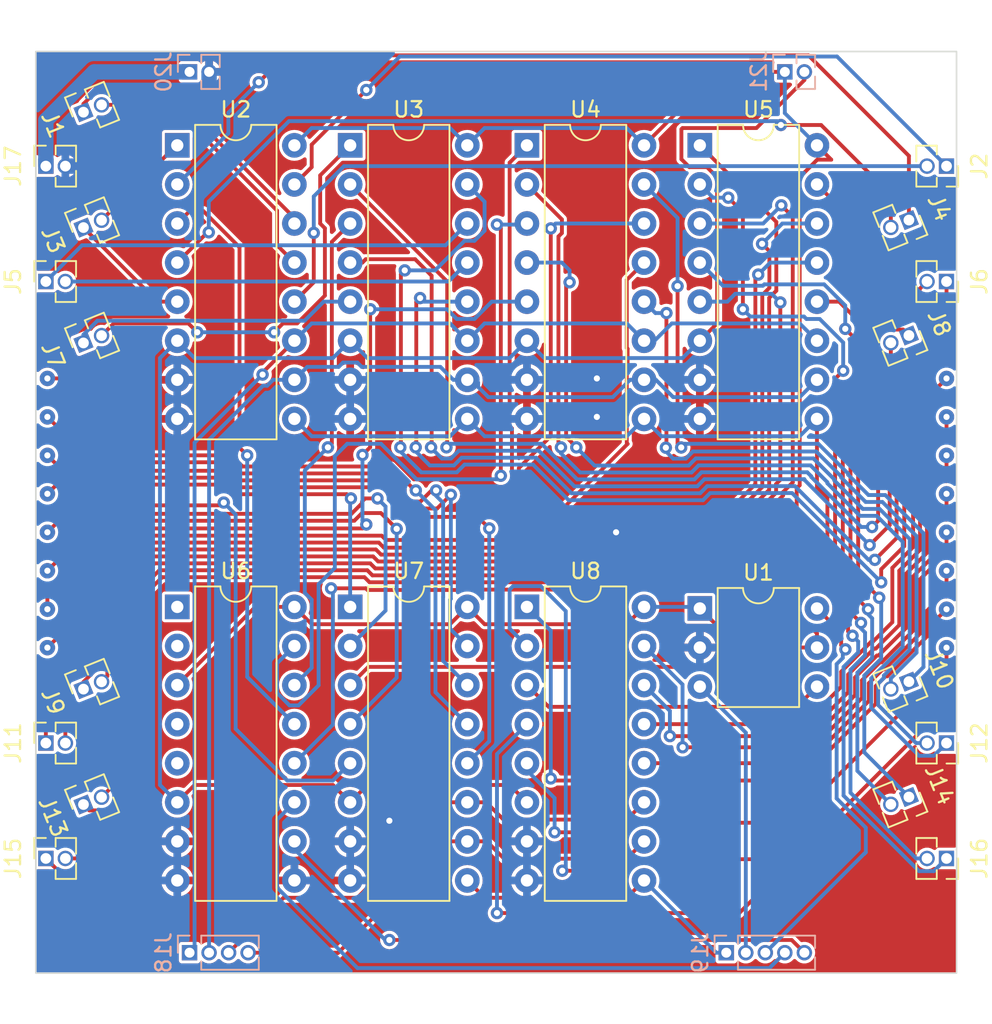
<source format=kicad_pcb>
(kicad_pcb (version 20221018) (generator pcbnew)
  (layers (0 "F.Cu" signal) (31 "B.Cu" signal) (34 "B.Paste" user) (35 "F.Paste" user) (36 "B.SilkS" user "B.Silkscreen") (37 "F.SilkS" user "F.Silkscreen") (38 "B.Mask" user) (39 "F.Mask" user) (44 "Edge.Cuts" user))
  (net 0 "")
  (net 1 "/VIN")
  (net 2 "/GND")
  (net 3 "/INP1")
  (net 4 "/INP0")
  (net 5 "/INP2")
  (net 6 "/INP3")
  (net 7 "/INP5")
  (net 8 "/INP4")
  (net 9 "/INP6")
  (net 10 "/INP7")
  (net 11 "/INP9")
  (net 12 "/INP8")
  (net 13 "/INP10")
  (net 14 "/INP11")
  (net 15 "/INP13")
  (net 16 "/INP12")
  (net 17 "/INP14")
  (net 18 "/INP15")
  (net 19 "/INP17")
  (net 20 "/INP16")
  (net 21 "/INP18")
  (net 22 "/INP19")
  (net 23 "/INP21")
  (net 24 "/INP20")
  (net 25 "/INP22")
  (net 26 "/INP23")
  (net 27 "/INP25")
  (net 28 "/INP24")
  (net 29 "/INP26")
  (net 30 "/INP27")
  (net 31 "/INP29")
  (net 32 "/INP28")
  (net 33 "/INP30")
  (net 34 "/INP31")
  (net 35 "/LS0")
  (net 36 "/LS1")
  (net 37 "/LS2")
  (net 38 "/LS3")
  (net 39 "/LS4")
  (net 40 "/LS5")
  (net 41 "/LS6")
  (net 42 "/LS7")
  (net 43 "/LS8")
  (net 44 "/VCC")
  (net 45 "/LEN")
  (net 46 "/INP32")
  (net 47 "/INP33")
  (net 48 "/INP34")
  (net 49 "/INP35")
  (net 50 "/INP36")
  (net 51 "/INP37")
  (net 52 "/INP38")
  (net 53 "/INP39")
  (net 54 "/INP40")
  (net 55 "/INP41")
  (net 56 "/INP42")
  (net 57 "/INP43")
  (net 58 "/INP44")
  (net 59 "/INP45")
  (net 60 "/INP46")
  (net 61 "/INP47")
  (net 62 "Net-(U2-A)")
  (net 63 "Net-(U3-A)")
  (net 64 "Net-(U4-A)")
  (net 65 "Net-(U7-A)")
  (net 66 "Net-(U5-A)")
  (net 71 "Net-(U8-A)")
  (footprint "TacTile:Jumper_Connect" (layer "F.Cu") (at 25.75 51.25)
    (fp_text reference "JMP3" hide)
    (fp_text value "~" hide)
  )
  (footprint "TacTile:Jumper_Connect" (layer "F.Cu") (at 25.75 58.75)
    (fp_text reference "JMP6" hide)
    (fp_text value "~" hide)
  )
  (footprint "TacTile:Jumper_Connect" (layer "F.Cu") (at 84.25 63.75)
    (fp_text reference "JMP16" hide)
    (fp_text value "~" hide)
  )
  (footprint "Connector_PinSocket_1.27mm:PinSocket_1x02_P1.27mm_Vertical" (layer "F.Cu") (at 84.25 39.95 -90)
    (fp_text reference "J6")
    (fp_text value "Conn_01x02")
  )
  (footprint "Package_DIP:DIP-16_W7.62mm" (layer "F.Cu") (at 45.45 31.1)
    (fp_text reference "U3")
    (fp_text value "74HC4051")
  )
  (footprint "TacTile:Jumper_Connect" (layer "F.Cu") (at 84.25 58.75)
    (fp_text reference "JMP14" hide)
    (fp_text value "~" hide)
  )
  (footprint "Connector_PinSocket_1.27mm:PinSocket_1x02_P1.27mm_Vertical" (layer "F.Cu") (at 81.80267 65.956506 -68)
    (fp_text reference "J10")
    (fp_text value "Conn_01x02")
  )
  (footprint "TacTile:Jumper_Connect" (layer "F.Cu") (at 25.75 53.75)
    (fp_text reference "JMP4" hide)
    (fp_text value "~" hide)
  )
  (footprint "Connector_PinSocket_1.27mm:PinSocket_1x02_P1.27mm_Vertical" (layer "F.Cu") (at 84.25 32.45 -90)
    (fp_text reference "J2")
    (fp_text value "Conn_01x02")
  )
  (footprint "TacTile:Jumper_Connect" (layer "F.Cu") (at 84.25 48.75)
    (fp_text reference "JMP10" hide)
    (fp_text value "~" hide)
  )
  (footprint "TacTile:Jumper_Connect" (layer "F.Cu") (at 25.75 61.25)
    (fp_text reference "JMP7" hide)
    (fp_text value "~" hide)
  )
  (footprint "Package_DIP:DIP-16_W7.62mm" (layer "F.Cu") (at 34.2 61.1)
    (fp_text reference "U6")
    (fp_text value "74HC4051")
  )
  (footprint "Connector_PinSocket_1.27mm:PinSocket_1x02_P1.27mm_Vertical" (layer "F.Cu") (at 81.80267 43.456506 -68)
    (fp_text reference "J8")
    (fp_text value "Conn_01x02")
  )
  (footprint "Connector_PinSocket_1.27mm:PinSocket_1x02_P1.27mm_Vertical" (layer "F.Cu") (at 28.097331 28.943494 112)
    (fp_text reference "J1")
    (fp_text value "Conn_01x02")
  )
  (footprint "TacTile:Jumper_Connect" (layer "F.Cu") (at 25.75 46.25)
    (fp_text reference "JMP1" hide)
    (fp_text value "~" hide)
  )
  (footprint "Connector_PinSocket_1.27mm:PinSocket_1x02_P1.27mm_Vertical" (layer "F.Cu") (at 81.80267 73.456506 -68)
    (fp_text reference "J14")
    (fp_text value "Conn_01x02")
  )
  (footprint "Connector_PinSocket_1.27mm:PinSocket_1x02_P1.27mm_Vertical" (layer "F.Cu") (at 25.65 77.45 90)
    (fp_text reference "J15")
    (fp_text value "Conn_01x02")
  )
  (footprint "TacTile:Jumper_Connect" (layer "F.Cu") (at 25.75 63.75)
    (fp_text reference "JMP8" hide)
    (fp_text value "~" hide)
  )
  (footprint "Package_DIP:DIP-16_W7.62mm" (layer "F.Cu") (at 34.2 31.1)
    (fp_text reference "U2")
    (fp_text value "74HC4051")
  )
  (footprint "Connector_PinSocket_1.27mm:PinSocket_1x02_P1.27mm_Vertical" (layer "F.Cu") (at 25.65 32.45 90)
    (fp_text reference "J17")
    (fp_text value "Conn_01x02")
  )
  (footprint "TacTile:Jumper_Connect" (layer "F.Cu") (at 84.25 51.25)
    (fp_text reference "JMP11" hide)
    (fp_text value "~" hide)
  )
  (footprint "TacTile:Jumper_Connect" (layer "F.Cu") (at 84.25 46.25)
    (fp_text reference "JMP9" hide)
    (fp_text value "~" hide)
  )
  (footprint "Connector_PinSocket_1.27mm:PinSocket_1x02_P1.27mm_Vertical" (layer "F.Cu") (at 28.097331 66.443494 112)
    (fp_text reference "J9")
    (fp_text value "Conn_01x02")
  )
  (footprint "Package_DIP:DIP-16_W7.62mm" (layer "F.Cu") (at 56.95 31.1)
    (fp_text reference "U4")
    (fp_text value "74HC4051")
  )
  (footprint "Connector_PinSocket_1.27mm:PinSocket_1x02_P1.27mm_Vertical" (layer "F.Cu") (at 28.097331 36.443494 112)
    (fp_text reference "J3")
    (fp_text value "Conn_01x02")
  )
  (footprint "TacTile:Jumper_Connect" (layer "F.Cu") (at 25.75 48.75)
    (fp_text reference "JMP2" hide)
    (fp_text value "~" hide)
  )
  (footprint "TacTile:Jumper_Connect" (layer "F.Cu") (at 25.75 56.25)
    (fp_text reference "JMP5" hide)
    (fp_text value "~" hide)
  )
  (footprint "TacTile:Jumper_Connect" (layer "F.Cu") (at 84.25 56.25)
    (fp_text reference "JMP13" hide)
    (fp_text value "~" hide)
  )
  (footprint "Connector_PinSocket_1.27mm:PinSocket_1x02_P1.27mm_Vertical" (layer "F.Cu") (at 25.65 69.95 90)
    (fp_text reference "J11")
    (fp_text value "Conn_01x02")
  )
  (footprint "Package_DIP:DIP-16_W7.62mm" (layer "F.Cu") (at 68.2 31.1)
    (fp_text reference "U5")
    (fp_text value "74HC4051")
  )
  (footprint "Package_DIP:DIP-16_W7.62mm" (layer "F.Cu") (at 56.95 61.1)
    (fp_text reference "U8")
    (fp_text value "74HC4051")
  )
  (footprint "Connector_PinSocket_1.27mm:PinSocket_1x02_P1.27mm_Vertical" (layer "F.Cu") (at 84.25 69.95 -90)
    (fp_text reference "J12")
    (fp_text value "Conn_01x02")
  )
  (footprint "Package_DIP:DIP-6_W7.62mm" (layer "F.Cu") (at 68.2 61.2)
    (fp_text reference "U1")
    (fp_text value "74LVC1G18")
  )
  (footprint "Package_DIP:DIP-16_W7.62mm" (layer "F.Cu") (at 45.45 61.1)
    (fp_text reference "U7")
    (fp_text value "74HC4051")
  )
  (footprint "TacTile:Jumper_Connect" (layer "F.Cu") (at 84.25 61.25)
    (fp_text reference "JMP15" hide)
    (fp_text value "~" hide)
  )
  (footprint "Connector_PinSocket_1.27mm:PinSocket_1x02_P1.27mm_Vertical" (layer "F.Cu") (at 81.80267 35.956506 -68)
    (fp_text reference "J4")
    (fp_text value "Conn_01x02")
  )
  (footprint "Connector_PinSocket_1.27mm:PinSocket_1x02_P1.27mm_Vertical" (layer "F.Cu") (at 25.65 39.95 90)
    (fp_text reference "J5")
    (fp_text value "Conn_01x02")
  )
  (footprint "Connector_PinSocket_1.27mm:PinSocket_1x02_P1.27mm_Vertical" (layer "F.Cu") (at 28.097331 73.943494 112)
    (fp_text reference "J13")
    (fp_text value "Conn_01x02")
  )
  (footprint "TacTile:Jumper_Connect" (layer "F.Cu") (at 84.25 53.75)
    (fp_text reference "JMP12" hide)
    (fp_text value "~" hide)
  )
  (footprint "Connector_PinSocket_1.27mm:PinSocket_1x02_P1.27mm_Vertical" (layer "F.Cu") (at 84.25 77.45 -90)
    (fp_text reference "J16")
    (fp_text value "Conn_01x02")
  )
  (footprint "Connector_PinSocket_1.27mm:PinSocket_1x02_P1.27mm_Vertical" (layer "F.Cu") (at 28.097331 43.943494 112)
    (fp_text reference "J7")
    (fp_text value "Conn_01x02")
  )
  (footprint "Connector_PinHeader_1.27mm:PinHeader_1x04_P1.27mm_Vertical" (layer "B.Cu") (at 35 83.575 -90)
    (fp_text reference "J18")
    (fp_text value "Conn_01x04")
  )
  (footprint "Connector_PinHeader_1.27mm:PinHeader_1x02_P1.27mm_Vertical" (layer "B.Cu") (at 73.73 26.325 -90)
    (fp_text reference "J21")
    (fp_text value "Conn_01x02")
  )
  (footprint "Connector_PinHeader_1.27mm:PinHeader_1x05_P1.27mm_Vertical" (layer "B.Cu") (at 69.92 83.575 -90)
    (fp_text reference "J19")
    (fp_text value "Conn_01x05")
  )
  (footprint "Connector_PinHeader_1.27mm:PinHeader_1x02_P1.27mm_Vertical" (layer "B.Cu") (at 35 26.325 -90)
    (fp_text reference "J20")
    (fp_text value "Conn_01x02")
  )
  (gr_rect (start 25 25) (end 84.9 84.9) (stroke (width 0.1)) (fill none) (layer "Edge.Cuts"))
  (segment (start 35 26.325) (end 28.798691 26.325) (width 1) (layer "B.Cu") (net 1))
  (segment (start 25.65 29.473691) (end 25.65 32.45) (width 1) (layer "B.Cu") (net 1))
  (segment (start 28.798691 26.325) (end 25.65 29.473691) (width 1) (layer "B.Cu") (net 1))
  (via (at 61.5 46.25) (size 0.8) (drill 0.4) (layers "F.Cu" "B.Cu") (net 2))
  (via (at 61.5 48.75) (size 0.8) (drill 0.4) (layers "F.Cu" "B.Cu") (net 2))
  (via (at 62.75 56.25) (size 0.8) (drill 0.4) (layers "F.Cu" "B.Cu") (net 2))
  (via (at 48 75) (size 0.8) (drill 0.4) (layers "F.Cu" "B.Cu") (net 2))
  (segment (start 34.625 27.525) (end 36.2 27.525) (width 1) (layer "B.Cu") (net 2))
  (segment (start 29.7 32.45) (end 34.625 27.525) (width 1) (layer "B.Cu") (net 2))
  (segment (start 36.2 27.525) (end 36.27 27.455) (width 1) (layer "B.Cu") (net 2))
  (segment (start 26.92 32.45) (end 29.7 32.45) (width 1) (layer "B.Cu") (net 2))
  (segment (start 36.27 27.455) (end 36.27 26.325) (width 1) (layer "B.Cu") (net 2))
  (segment (start 33.642744 27.642744) (end 41.82 35.82) (width 0.25) (layer "F.Cu") (net 3))
  (segment (start 28.097331 28.943494) (end 28.097331 28.404227) (width 0.25) (layer "F.Cu") (net 3))
  (segment (start 28.858814 27.642744) (end 33.642744 27.642744) (width 0.25) (layer "F.Cu") (net 3))
  (segment (start 41.82 35.82) (end 41.82 36.18) (width 0.25) (layer "F.Cu") (net 3))
  (segment (start 28.097331 28.404227) (end 28.858814 27.642744) (width 0.25) (layer "F.Cu") (net 3))
  (segment (start 40.695 35.345) (end 40.695 37.595) (width 0.25) (layer "F.Cu") (net 4))
  (segment (start 40.695 37.595) (end 41.82 38.72) (width 0.25) (layer "F.Cu") (net 4))
  (segment (start 29.274854 28.467744) (end 33.817744 28.467744) (width 0.25) (layer "F.Cu") (net 4))
  (segment (start 33.817744 28.467744) (end 40.695 35.345) (width 0.25) (layer "F.Cu") (net 4))
  (segment (start 42.945 31.055) (end 42.945 32.515) (width 0.25) (layer "F.Cu") (net 5))
  (segment (start 46.5 27.5) (end 42.945 31.055) (width 0.25) (layer "F.Cu") (net 5))
  (segment (start 42.945 32.515) (end 41.82 33.64) (width 0.25) (layer "F.Cu") (net 5))
  (via (at 46.5 27.5) (size 0.8) (drill 0.4) (layers "F.Cu" "B.Cu") (net 5))
  (segment (start 84.25 32.45) (end 77.125 25.325) (width 0.25) (layer "B.Cu") (net 5))
  (segment (start 48.675 25.325) (end 46.5 27.5) (width 0.25) (layer "B.Cu") (net 5))
  (segment (start 77.125 25.325) (end 48.675 25.325) (width 0.25) (layer "B.Cu") (net 5))
  (segment (start 43.08018 39.99982) (end 41.82 41.26) (width 0.25) (layer "F.Cu") (net 6))
  (segment (start 43.08018 36.788731) (end 43.08018 39.99982) (width 0.25) (layer "F.Cu") (net 6))
  (via (at 43.08018 36.788731) (size 0.8) (drill 0.4) (layers "F.Cu" "B.Cu") (net 6))
  (segment (start 43.08018 36.788731) (end 43.08018 34.418829) (width 0.25) (layer "B.Cu") (net 6))
  (segment (start 45.049009 32.45) (end 82.98 32.45) (width 0.25) (layer "B.Cu") (net 6))
  (segment (start 43.08018 34.418829) (end 45.049009 32.45) (width 0.25) (layer "B.Cu") (net 6))
  (segment (start 32.913837 41.26) (end 34.2 41.26) (width 0.25) (layer "F.Cu") (net 7))
  (segment (start 28.097331 36.443494) (end 32.913837 41.26) (width 0.25) (layer "F.Cu") (net 7))
  (segment (start 34.142598 31.1) (end 34.2 31.1) (width 0.25) (layer "F.Cu") (net 8))
  (segment (start 29.274854 35.967744) (end 34.142598 31.1) (width 0.25) (layer "F.Cu") (net 8))
  (segment (start 41.25 25.25) (end 75.266727 25.25) (width 0.25) (layer "F.Cu") (net 9))
  (segment (start 75.266727 25.25) (end 81.80267 31.785943) (width 0.25) (layer "F.Cu") (net 9))
  (segment (start 81.80267 31.785943) (end 81.80267 35.956506) (width 0.25) (layer "F.Cu") (net 9))
  (segment (start 39.5 27) (end 41.25 25.25) (width 0.25) (layer "F.Cu") (net 9))
  (via (at 39.5 27) (size 0.8) (drill 0.4) (layers "F.Cu" "B.Cu") (net 9))
  (segment (start 37.525 30.315) (end 34.2 33.64) (width 0.25) (layer "B.Cu") (net 9))
  (segment (start 39.5 27) (end 37.525 28.975) (width 0.25) (layer "B.Cu") (net 9))
  (segment (start 37.525 28.975) (end 37.525 30.315) (width 0.25) (layer "B.Cu") (net 9))
  (segment (start 36.25 36.75) (end 36.17 36.75) (width 0.25) (layer "F.Cu") (net 10))
  (segment (start 76.08829 29.777299) (end 73.472701 29.777299) (width 0.25) (layer "F.Cu") (net 10))
  (segment (start 80.625147 36.432256) (end 80.625147 34.314156) (width 0.25) (layer "F.Cu") (net 10))
  (segment (start 80.625147 34.314156) (end 76.08829 29.777299) (width 0.25) (layer "F.Cu") (net 10))
  (segment (start 36.17 36.75) (end 34.2 38.72) (width 0.25) (layer "F.Cu") (net 10))
  (via (at 36.25 36.75) (size 0.8) (drill 0.4) (layers "F.Cu" "B.Cu") (net 10))
  (via (at 73.472701 29.777299) (size 0.8) (drill 0.4) (layers "F.Cu" "B.Cu") (net 10))
  (segment (start 36.25 34.75) (end 36.25 36.75) (width 0.25) (layer "B.Cu") (net 10))
  (segment (start 41.475 29.525) (end 36.25 34.75) (width 0.25) (layer "B.Cu") (net 10))
  (segment (start 73.220402 29.525) (end 41.475 29.525) (width 0.25) (layer "B.Cu") (net 10))
  (segment (start 73.472701 29.777299) (end 73.220402 29.525) (width 0.25) (layer "B.Cu") (net 10))
  (segment (start 28.005 37.595) (end 51.655 37.595) (width 0.25) (layer "B.Cu") (net 11))
  (segment (start 51.655 37.595) (end 53.07 36.18) (width 0.25) (layer "B.Cu") (net 11))
  (segment (start 25.65 39.95) (end 28.005 37.595) (width 0.25) (layer "B.Cu") (net 11))
  (segment (start 51.84 39.95) (end 53.07 38.72) (width 0.25) (layer "B.Cu") (net 12))
  (segment (start 26.92 39.95) (end 51.84 39.95) (width 0.25) (layer "B.Cu") (net 12))
  (segment (start 81.800147 53.123938) (end 81.800147 45.482229) (width 0.25) (layer "F.Cu") (net 13))
  (segment (start 80 59.5) (end 80 58.651293) (width 0.25) (layer "F.Cu") (net 13))
  (segment (start 80 58.651293) (end 81.5 57.151293) (width 0.25) (layer "F.Cu") (net 13))
  (segment (start 84.25 43.032376) (end 84.25 39.95) (width 0.25) (layer "F.Cu") (net 13))
  (segment (start 48.75 50.693194) (end 48.75 39.4755) (width 0.25) (layer "F.Cu") (net 13))
  (segment (start 48.713694 50.7295) (end 48.75 50.693194) (width 0.25) (layer "F.Cu") (net 13))
  (segment (start 81.5 53.424085) (end 81.800147 53.123938) (width 0.25) (layer "F.Cu") (net 13))
  (segment (start 81.800147 45.482229) (end 84.25 43.032376) (width 0.25) (layer "F.Cu") (net 13))
  (segment (start 81.5 57.151293) (end 81.5 53.424085) (width 0.25) (layer "F.Cu") (net 13))
  (segment (start 48.75 39.4755) (end 49 39.2255) (width 0.25) (layer "F.Cu") (net 13))
  (via (at 48.713694 50.7295) (size 0.8) (drill 0.4) (layers "F.Cu" "B.Cu") (net 13))
  (via (at 49 39.2255) (size 0.8) (drill 0.4) (layers "F.Cu" "B.Cu") (net 13))
  (via (at 80 59.5) (size 0.8) (drill 0.4) (layers "F.Cu" "B.Cu") (net 13))
  (segment (start 50.079692 52.3545) (end 48.713694 50.988502) (width 0.25) (layer "B.Cu") (net 13))
  (segment (start 53.535991 37.305) (end 54.195 36.645991) (width 0.25) (layer "B.Cu") (net 13))
  (segment (start 80 59.5) (end 74.2 53.7) (width 0.25) (layer "B.Cu") (net 13))
  (segment (start 74.2 53.7) (end 68.869083 53.7) (width 0.25) (layer "B.Cu") (net 13))
  (segment (start 54.195 34.765) (end 53.07 33.64) (width 0.25) (layer "B.Cu") (net 13))
  (segment (start 54.195 36.645991) (end 54.195 34.765) (width 0.25) (layer "B.Cu") (net 13))
  (segment (start 52.894009 37.305) (end 53.535991 37.305) (width 0.25) (layer "B.Cu") (net 13))
  (segment (start 68.406382 54.162701) (end 59.662701 54.162701) (width 0.25) (layer "B.Cu") (net 13))
  (segment (start 50.973509 39.2255) (end 52.894009 37.305) (width 0.25) (layer "B.Cu") (net 13))
  (segment (start 52.8898 51.85) (end 52.3853 52.3545) (width 0.25) (layer "B.Cu") (net 13))
  (segment (start 68.869083 53.7) (end 68.406382 54.162701) (width 0.25) (layer "B.Cu") (net 13))
  (segment (start 59.662701 54.162701) (end 57.35 51.85) (width 0.25) (layer "B.Cu") (net 13))
  (segment (start 52.3853 52.3545) (end 50.079692 52.3545) (width 0.25) (layer "B.Cu") (net 13))
  (segment (start 49 39.2255) (end 50.973509 39.2255) (width 0.25) (layer "B.Cu") (net 13))
  (segment (start 48.713694 50.988502) (end 48.713694 50.7295) (width 0.25) (layer "B.Cu") (net 13))
  (segment (start 57.35 51.85) (end 52.8898 51.85) (width 0.25) (layer "B.Cu") (net 13))
  (segment (start 49.750497 41.275003) (end 50 41.0255) (width 0.25) (layer "F.Cu") (net 14))
  (segment (start 81.075147 48.272519) (end 81.075147 45.570833) (width 0.25) (layer "F.Cu") (net 14))
  (segment (start 81.350147 48.547519) (end 81.075147 48.272519) (width 0.25) (layer "F.Cu") (net 14))
  (segment (start 82.778565 43.867415) (end 82.778565 43.045597) (width 0.25) (layer "F.Cu") (net 14))
  (segment (start 49.713197 50.7295) (end 49.750497 50.6922) (width 0.25) (layer "F.Cu") (net 14))
  (segment (start 81 56.626694) (end 81 53.287689) (width 0.25) (layer "F.Cu") (net 14))
  (segment (start 81.075147 45.570833) (end 82.778565 43.867415) (width 0.25) (layer "F.Cu") (net 14))
  (segment (start 82.5 40.43) (end 82.98 39.95) (width 0.25) (layer "F.Cu") (net 14))
  (segment (start 81.350147 52.937542) (end 81.350147 48.547519) (width 0.25) (layer "F.Cu") (net 14))
  (segment (start 79.585619 58.041075) (end 81 56.626694) (width 0.25) (layer "F.Cu") (net 14))
  (segment (start 82.778565 43.045597) (end 82.5 42.767032) (width 0.25) (layer "F.Cu") (net 14))
  (segment (start 49.750497 50.6922) (end 49.750497 41.275003) (width 0.25) (layer "F.Cu") (net 14))
  (segment (start 81 53.287689) (end 81.350147 52.937542) (width 0.25) (layer "F.Cu") (net 14))
  (segment (start 82.5 42.767032) (end 82.5 40.43) (width 0.25) (layer "F.Cu") (net 14))
  (via (at 79.585619 58.041075) (size 0.8) (drill 0.4) (layers "F.Cu" "B.Cu") (net 14))
  (via (at 49.713197 50.7295) (size 0.8) (drill 0.4) (layers "F.Cu" "B.Cu") (net 14))
  (via (at 50 41.0255) (size 0.8) (drill 0.4) (layers "F.Cu" "B.Cu") (net 14))
  (segment (start 50 41.0255) (end 50.2345 41.26) (width 0.25) (layer "B.Cu") (net 14))
  (segment (start 50.629195 51.9045) (end 49.713197 50.988502) (width 0.25) (layer "B.Cu") (net 14))
  (segment (start 74.386396 53.25) (end 68.682687 53.25) (width 0.25) (layer "B.Cu") (net 14))
  (segment (start 59.849097 53.712701) (end 57.536396 51.4) (width 0.25) (layer "B.Cu") (net 14))
  (segment (start 79.177471 58.041075) (end 74.386396 53.25) (width 0.25) (layer "B.Cu") (net 14))
  (segment (start 49.713197 50.988502) (end 49.713197 50.7295) (width 0.25) (layer "B.Cu") (net 14))
  (segment (start 50.2345 41.26) (end 53.07 41.26) (width 0.25) (layer "B.Cu") (net 14))
  (segment (start 57.536396 51.4) (end 52.703404 51.4) (width 0.25) (layer "B.Cu") (net 14))
  (segment (start 52.198904 51.9045) (end 50.629195 51.9045) (width 0.25) (layer "B.Cu") (net 14))
  (segment (start 68.682687 53.25) (end 68.219986 53.712701) (width 0.25) (layer "B.Cu") (net 14))
  (segment (start 68.219986 53.712701) (end 59.849097 53.712701) (width 0.25) (layer "B.Cu") (net 14))
  (segment (start 52.703404 51.4) (end 52.198904 51.9045) (width 0.25) (layer "B.Cu") (net 14))
  (segment (start 79.585619 58.041075) (end 79.177471 58.041075) (width 0.25) (layer "B.Cu") (net 14))
  (segment (start 28.097331 43.943494) (end 28.097331 43.404227) (width 0.25) (layer "B.Cu") (net 15))
  (segment (start 42.483604 42.5) (end 43.723604 41.26) (width 0.25) (layer "B.Cu") (net 15))
  (segment (start 29.001558 42.5) (end 42.483604 42.5) (width 0.25) (layer "B.Cu") (net 15))
  (segment (start 43.723604 41.26) (end 45.45 41.26) (width 0.25) (layer "B.Cu") (net 15))
  (segment (start 28.097331 43.404227) (end 29.001558 42.5) (width 0.25) (layer "B.Cu") (net 15))
  (segment (start 34.925 42.675) (end 35.5 43.25) (width 0.25) (layer "F.Cu") (net 16))
  (segment (start 41.995991 42.675) (end 43.80518 40.865811) (width 0.25) (layer "F.Cu") (net 16))
  (segment (start 29.274854 43.467744) (end 30.067598 42.675) (width 0.25) (layer "F.Cu") (net 16))
  (segment (start 43.5 33.05) (end 45.45 31.1) (width 0.25) (layer "F.Cu") (net 16))
  (segment (start 43.80518 40.865811) (end 43.80518 36.488426) (width 0.25) (layer "F.Cu") (net 16))
  (segment (start 30.067598 42.675) (end 34.925 42.675) (width 0.25) (layer "F.Cu") (net 16))
  (segment (start 41.075 42.675) (end 41.995991 42.675) (width 0.25) (layer "F.Cu") (net 16))
  (segment (start 43.80518 36.488426) (end 43.5 36.183246) (width 0.25) (layer "F.Cu") (net 16))
  (segment (start 43.5 36.183246) (end 43.5 33.05) (width 0.25) (layer "F.Cu") (net 16))
  (segment (start 40.5 43.25) (end 41.075 42.675) (width 0.25) (layer "F.Cu") (net 16))
  (via (at 35.5 43.25) (size 0.8) (drill 0.4) (layers "F.Cu" "B.Cu") (net 16))
  (via (at 40.5 43.25) (size 0.8) (drill 0.4) (layers "F.Cu" "B.Cu") (net 16))
  (segment (start 35.5 43.25) (end 40.5 43.25) (width 0.25) (layer "B.Cu") (net 16))
  (segment (start 51.762299 50.679404) (end 51.762299 39.952299) (width 0.25) (layer "F.Cu") (net 17))
  (segment (start 79.405225 55.905225) (end 79.800147 55.510303) (width 0.25) (layer "F.Cu") (net 17))
  (segment (start 51.762299 39.952299) (end 45.45 33.64) (width 0.25) (layer "F.Cu") (net 17))
  (segment (start 79.800147 55.510303) (end 79.800147 43.590529) (width 0.25) (layer "F.Cu") (net 17))
  (segment (start 80.318256 43.07242) (end 81.418584 43.07242) (width 0.25) (layer "F.Cu") (net 17))
  (segment (start 51.712203 50.7295) (end 51.762299 50.679404) (width 0.25) (layer "F.Cu") (net 17))
  (segment (start 81.418584 43.07242) (end 81.80267 43.456506) (width 0.25) (layer "F.Cu") (net 17))
  (segment (start 79.800147 43.590529) (end 80.318256 43.07242) (width 0.25) (layer "F.Cu") (net 17))
  (via (at 51.712203 50.7295) (size 0.8) (drill 0.4) (layers "F.Cu" "B.Cu") (net 17))
  (via (at 79.405225 55.905225) (size 0.8) (drill 0.4) (layers "F.Cu" "B.Cu") (net 17))
  (segment (start 60.221889 52.812701) (end 57.909188 50.5) (width 0.25) (layer "B.Cu") (net 17))
  (segment (start 67.847194 52.812701) (end 60.221889 52.812701) (width 0.25) (layer "B.Cu") (net 17))
  (segment (start 57.909188 50.5) (end 51.941703 50.5) (width 0.25) (layer "B.Cu") (net 17))
  (segment (start 79.405225 55.905225) (end 78.702615 55.905225) (width 0.25) (layer "B.Cu") (net 17))
  (segment (start 75.45 52.65261) (end 75.45 52.613604) (width 0.25) (layer "B.Cu") (net 17))
  (segment (start 51.941703 50.5) (end 51.712203 50.7295) (width 0.25) (layer "B.Cu") (net 17))
  (segment (start 75.186396 52.35) (end 68.309895 52.35) (width 0.25) (layer "B.Cu") (net 17))
  (segment (start 78.702615 55.905225) (end 75.45 52.65261) (width 0.25) (layer "B.Cu") (net 17))
  (segment (start 75.45 52.613604) (end 75.186396 52.35) (width 0.25) (layer "B.Cu") (net 17))
  (segment (start 68.309895 52.35) (end 67.847194 52.812701) (width 0.25) (layer "B.Cu") (net 17))
  (segment (start 80.625147 53.026146) (end 80.625147 43.932256) (width 0.25) (layer "F.Cu") (net 18))
  (segment (start 79.248021 57.087027) (end 80.55 55.785048) (width 0.25) (layer "F.Cu") (net 18))
  (segment (start 50.7127 50.7295) (end 50.75 50.6922) (width 0.25) (layer "F.Cu") (net 18))
  (segment (start 80.55 55.785048) (end 80.55 53.101293) (width 0.25) (layer "F.Cu") (net 18))
  (segment (start 46.245305 38.72) (end 45.45 38.72) (width 0.25) (layer "F.Cu") (net 18))
  (segment (start 50.75 50.6922) (end 50.75 39.576396) (width 0.25) (layer "F.Cu") (net 18))
  (segment (start 80.55 53.101293) (end 80.625147 53.026146) (width 0.25) (layer "F.Cu") (net 18))
  (segment (start 46.465305 38.5) (end 46.245305 38.72) (width 0.25) (layer "F.Cu") (net 18))
  (segment (start 50.75 39.576396) (end 49.673604 38.5) (width 0.25) (layer "F.Cu") (net 18))
  (segment (start 49.673604 38.5) (end 46.465305 38.5) (width 0.25) (layer "F.Cu") (net 18))
  (via (at 50.7127 50.7295) (size 0.8) (drill 0.4) (layers "F.Cu" "B.Cu") (net 18))
  (via (at 79.248021 57.087027) (size 0.8) (drill 0.4) (layers "F.Cu" "B.Cu") (net 18))
  (segment (start 52.517008 50.95) (end 52.012508 51.4545) (width 0.25) (layer "B.Cu") (net 18))
  (segment (start 75 52.8) (end 68.496291 52.8) (width 0.25) (layer "B.Cu") (net 18))
  (segment (start 60.035493 53.262701) (end 57.722792 50.95) (width 0.25) (layer "B.Cu") (net 18))
  (segment (start 50.7127 50.755302) (end 50.7127 50.7295) (width 0.25) (layer "B.Cu") (net 18))
  (segment (start 75 52.839006) (end 75 52.8) (width 0.25) (layer "B.Cu") (net 18))
  (segment (start 52.012508 51.4545) (end 51.411898 51.4545) (width 0.25) (layer "B.Cu") (net 18))
  (segment (start 68.03359 53.262701) (end 60.035493 53.262701) (width 0.25) (layer "B.Cu") (net 18))
  (segment (start 57.722792 50.95) (end 52.517008 50.95) (width 0.25) (layer "B.Cu") (net 18))
  (segment (start 51.411898 51.4545) (end 50.7127 50.755302) (width 0.25) (layer "B.Cu") (net 18))
  (segment (start 68.496291 52.8) (end 68.03359 53.262701) (width 0.25) (layer "B.Cu") (net 18))
  (segment (start 79.248021 57.087027) (end 75 52.839006) (width 0.25) (layer "B.Cu") (net 18))
  (segment (start 47.643376 57.25) (end 47.311746 56.91837) (width 0.25) (layer "F.Cu") (net 19))
  (segment (start 47.311746 56.91837) (end 31.695234 56.91837) (width 0.25) (layer "F.Cu") (net 19))
  (segment (start 29.199854 64.876017) (end 28.097331 65.97854) (width 0.25) (layer "F.Cu") (net 19))
  (segment (start 58.5 36.5) (end 58.5 50) (width 0.25) (layer "F.Cu") (net 19))
  (segment (start 28.097331 65.97854) (end 28.097331 66.443494) (width 0.25) (layer "F.Cu") (net 19))
  (segment (start 29.199854 59.41375) (end 29.199854 64.876017) (width 0.25) (layer "F.Cu") (net 19))
  (segment (start 58.5 50) (end 56.425 52.075) (width 0.25) (layer "F.Cu") (net 19))
  (segment (start 56.111396 57.25) (end 47.643376 57.25) (width 0.25) (layer "F.Cu") (net 19))
  (segment (start 56.425 56.936396) (end 56.111396 57.25) (width 0.25) (layer "F.Cu") (net 19))
  (segment (start 56.425 52.075) (end 56.425 56.936396) (width 0.25) (layer "F.Cu") (net 19))
  (segment (start 31.695234 56.91837) (end 29.199854 59.41375) (width 0.25) (layer "F.Cu") (net 19))
  (via (at 58.5 36.5) (size 0.8) (drill 0.4) (layers "F.Cu" "B.Cu") (net 19))
  (segment (start 64.57 36.18) (end 58.82 36.18) (width 0.25) (layer "B.Cu") (net 19))
  (segment (start 58.82 36.18) (end 58.5 36.5) (width 0.25) (layer "B.Cu") (net 19))
  (segment (start 61.135542 52.86225) (end 61.142555 52.86225) (width 0.25) (layer "F.Cu") (net 20))
  (segment (start 63.5 44.320991) (end 63.445 44.265991) (width 0.25) (layer "F.Cu") (net 20))
  (segment (start 31.88163 57.36837) (end 47.12535 57.36837) (width 0.25) (layer "F.Cu") (net 20))
  (segment (start 63.5 45.819009) (end 63.5 44.320991) (width 0.25) (layer "F.Cu") (net 20))
  (segment (start 56.297792 57.7) (end 61.135542 52.86225) (width 0.25) (layer "F.Cu") (net 20))
  (segment (start 47.45698 57.7) (end 56.297792 57.7) (width 0.25) (layer "F.Cu") (net 20))
  (segment (start 29.649854 59.600146) (end 31.88163 57.36837) (width 0.25) (layer "F.Cu") (net 20))
  (segment (start 63.445 45.874009) (end 63.5 45.819009) (width 0.25) (layer "F.Cu") (net 20))
  (segment (start 29.274854 65.967744) (end 29.649854 65.592744) (width 0.25) (layer "F.Cu") (net 20))
  (segment (start 47.12535 57.36837) (end 47.45698 57.7) (width 0.25) (layer "F.Cu") (net 20))
  (segment (start 63.445 50.449805) (end 63.445 45.874009) (width 0.25) (layer "F.Cu") (net 20))
  (segment (start 61.142555 52.86225) (end 63.5 50.504805) (width 0.25) (layer "F.Cu") (net 20))
  (segment (start 63.5 50.504805) (end 63.445 50.449805) (width 0.25) (layer "F.Cu") (net 20))
  (segment (start 63.445 39.845) (end 64.57 38.72) (width 0.25) (layer "F.Cu") (net 20))
  (segment (start 63.445 44.265991) (end 63.445 39.845) (width 0.25) (layer "F.Cu") (net 20))
  (segment (start 29.649854 65.592744) (end 29.649854 59.600146) (width 0.25) (layer "F.Cu") (net 20))
  (segment (start 66.75 40.25) (end 66.75 50.5) (width 0.25) (layer "F.Cu") (net 21))
  (segment (start 66.75 50.5) (end 66.987701 50.737701) (width 0.25) (layer "F.Cu") (net 21))
  (via (at 66.75 40.25) (size 0.8) (drill 0.4) (layers "F.Cu" "B.Cu") (net 21))
  (via (at 66.987701 50.737701) (size 0.8) (drill 0.4) (layers "F.Cu" "B.Cu") (net 21))
  (segment (start 79.173199 53.830225) (end 80.264718 53.830225) (width 0.25) (layer "B.Cu") (net 21))
  (segment (start 77.85 52.507026) (end 79.173199 53.830225) (width 0.25) (layer "B.Cu") (net 21))
  (segment (start 75.909188 50.5) (end 77.85 52.440812) (width 0.25) (layer "B.Cu") (net 21))
  (segment (start 77.85 52.440812) (end 77.85 52.507026) (width 0.25) (layer "B.Cu") (net 21))
  (segment (start 66.75 35.82) (end 64.57 33.64) (width 0.25) (layer "B.Cu") (net 21))
  (segment (start 80.264718 53.830225) (end 82.75 56.315507) (width 0.25) (layer "B.Cu") (net 21))
  (segment (start 66.75 40.25) (end 66.75 35.82) (width 0.25) (layer "B.Cu") (net 21))
  (segment (start 67.225402 50.5) (end 75.909188 50.5) (width 0.25) (layer "B.Cu") (net 21))
  (segment (start 66.987701 50.737701) (end 67.225402 50.5) (width 0.25) (layer "B.Cu") (net 21))
  (segment (start 82.75 56.315507) (end 82.75 65.009176) (width 0.25) (layer "B.Cu") (net 21))
  (segment (start 82.75 65.009176) (end 81.80267 65.956506) (width 0.25) (layer "B.Cu") (net 21))
  (segment (start 66.0255 50.712922) (end 65.988276 50.750146) (width 0.25) (layer "F.Cu") (net 22))
  (segment (start 66.0255 42) (end 66.0255 50.712922) (width 0.25) (layer "F.Cu") (net 22))
  (via (at 66.0255 42) (size 0.8) (drill 0.4) (layers "F.Cu" "B.Cu") (net 22))
  (via (at 65.988276 50.750146) (size 0.8) (drill 0.4) (layers "F.Cu" "B.Cu") (net 22))
  (segment (start 82.3 64.072372) (end 82.3 56.501903) (width 0.25) (layer "B.Cu") (net 22))
  (segment (start 77.4 52.693422) (end 77.4 52.627208) (width 0.25) (layer "B.Cu") (net 22))
  (segment (start 67.750707 51) (end 67.288006 51.462701) (width 0.25) (layer "B.Cu") (net 22))
  (segment (start 82.3 56.501903) (end 80.078322 54.280225) (width 0.25) (layer "B.Cu") (net 22))
  (segment (start 66.0255 42) (end 65.31 42) (width 0.25) (layer "B.Cu") (net 22))
  (segment (start 80.625147 65.747225) (end 82.3 64.072372) (width 0.25) (layer "B.Cu") (net 22))
  (segment (start 65.988276 50.988276) (end 65.988276 50.750146) (width 0.25) (layer "B.Cu") (net 22))
  (segment (start 80.625147 66.432256) (end 80.625147 65.747225) (width 0.25) (layer "B.Cu") (net 22))
  (segment (start 77.4 52.627208) (end 75.772792 51) (width 0.25) (layer "B.Cu") (net 22))
  (segment (start 75.772792 51) (end 67.750707 51) (width 0.25) (layer "B.Cu") (net 22))
  (segment (start 65.31 42) (end 64.57 41.26) (width 0.25) (layer "B.Cu") (net 22))
  (segment (start 67.288006 51.462701) (end 66.462701 51.462701) (width 0.25) (layer "B.Cu") (net 22))
  (segment (start 78.986803 54.280225) (end 77.4 52.693422) (width 0.25) (layer "B.Cu") (net 22))
  (segment (start 66.462701 51.462701) (end 65.988276 50.988276) (width 0.25) (layer "B.Cu") (net 22))
  (segment (start 80.078322 54.280225) (end 78.986803 54.280225) (width 0.25) (layer "B.Cu") (net 22))
  (segment (start 31.113604 56) (end 28.25 58.863604) (width 0.25) (layer "F.Cu") (net 23))
  (segment (start 46.5 55.74387) (end 46.24387 56) (width 0.25) (layer "F.Cu") (net 23))
  (segment (start 46.75 41.76317) (end 46.759565 41.753605) (width 0.25) (layer "F.Cu") (net 23))
  (segment (start 28.25 58.863604) (end 28.25 63.75) (width 0.25) (layer "F.Cu") (net 23))
  (segment (start 28.25 63.75) (end 25.65 66.35) (width 0.25) (layer "F.Cu") (net 23))
  (segment (start 46.75 50.7245) (end 46.75 41.76317) (width 0.25) (layer "F.Cu") (net 23))
  (segment (start 25.65 66.35) (end 25.65 69.95) (width 0.25) (layer "F.Cu") (net 23))
  (segment (start 46.25 51.2245) (end 46.75 50.7245) (width 0.25) (layer "F.Cu") (net 23))
  (segment (start 46.24387 56) (end 31.113604 56) (width 0.25) (layer "F.Cu") (net 23))
  (via (at 46.759565 41.753605) (size 0.8) (drill 0.4) (layers "F.Cu" "B.Cu") (net 23))
  (via (at 46.25 51.2245) (size 0.8) (drill 0.4) (layers "F.Cu" "B.Cu") (net 23))
  (via (at 46.5 55.74387) (size 0.8) (drill 0.4) (layers "F.Cu" "B.Cu") (net 23))
  (segment (start 46.25 51.2245) (end 46.25 55.49387) (width 0.25) (layer "B.Cu") (net 23))
  (segment (start 54.660991 41.26) (end 56.95 41.26) (width 0.25) (layer "B.Cu") (net 23))
  (segment (start 52.385 42.385) (end 53.535991 42.385) (width 0.25) (layer "B.Cu") (net 23))
  (segment (start 53.535991 42.385) (end 54.660991 41.26) (width 0.25) (layer "B.Cu") (net 23))
  (segment (start 51.753605 41.753605) (end 52.385 42.385) (width 0.25) (layer "B.Cu") (net 23))
  (segment (start 46.759565 41.753605) (end 51.753605 41.753605) (width 0.25) (layer "B.Cu") (net 23))
  (segment (start 46.25 55.49387) (end 46.5 55.74387) (width 0.25) (layer "B.Cu") (net 23))
  (segment (start 26.92 65.83) (end 28.749854 64.000146) (width 0.25) (layer "F.Cu") (net 24))
  (segment (start 28.749854 64.000146) (end 28.749854 59.000146) (width 0.25) (layer "F.Cu") (net 24))
  (segment (start 47.498142 56.46837) (end 47.779772 56.75) (width 0.25) (layer "F.Cu") (net 24))
  (segment (start 55.975 56.75) (end 55.975 49.495991) (width 0.25) (layer "F.Cu") (net 24))
  (segment (start 55.825 49.345991) (end 55.825 32.225) (width 0.25) (layer "F.Cu") (net 24))
  (segment (start 28.749854 59.000146) (end 31.28163 56.46837) (width 0.25) (layer "F.Cu") (net 24))
  (segment (start 47.779772 56.75) (end 55.975 56.75) (width 0.25) (layer "F.Cu") (net 24))
  (segment (start 55.825 32.225) (end 56.95 31.1) (width 0.25) (layer "F.Cu") (net 24))
  (segment (start 55.975 49.495991) (end 55.825 49.345991) (width 0.25) (layer "F.Cu") (net 24))
  (segment (start 31.28163 56.46837) (end 47.498142 56.46837) (width 0.25) (layer "F.Cu") (net 24))
  (segment (start 26.92 69.95) (end 26.92 65.83) (width 0.25) (layer "F.Cu") (net 24))
  (segment (start 59.225 35.915) (end 56.95 33.64) (width 0.25) (layer "F.Cu") (net 25))
  (segment (start 59 50.566214) (end 59 37.025305) (width 0.25) (layer "F.Cu") (net 25))
  (segment (start 59.225 36.800305) (end 59.225 35.915) (width 0.25) (layer "F.Cu") (net 25))
  (segment (start 59.163286 50.7295) (end 59 50.566214) (width 0.25) (layer "F.Cu") (net 25))
  (segment (start 59 37.025305) (end 59.225 36.800305) (width 0.25) (layer "F.Cu") (net 25))
  (via (at 59.163286 50.7295) (size 0.8) (drill 0.4) (layers "F.Cu" "B.Cu") (net 25))
  (segment (start 59.163286 51.117702) (end 60.408285 52.362701) (width 0.25) (layer "B.Cu") (net 25))
  (segment (start 81.4 56.874695) (end 81.4 63.69958) (width 0.25) (layer "B.Cu") (net 25))
  (segment (start 78.614011 55.180225) (end 79.70553 55.180225) (width 0.25) (layer "B.Cu") (net 25))
  (segment (start 83.425 70.775) (end 84.25 69.95) (width 0.25) (layer "B.Cu") (net 25))
  (segment (start 76.5 53) (end 76.5 53.066214) (width 0.25) (layer "B.Cu") (net 25))
  (segment (start 79.70553 55.180225) (end 81.4 56.874695) (width 0.25) (layer "B.Cu") (net 25))
  (segment (start 75.4 51.9) (end 76.5 53) (width 0.25) (layer "B.Cu") (net 25))
  (segment (start 60.408285 52.362701) (end 67.660798 52.362701) (width 0.25) (layer "B.Cu") (net 25))
  (segment (start 76.5 53.066214) (end 78.614011 55.180225) (width 0.25) (layer "B.Cu") (net 25))
  (segment (start 79.350147 67.663649) (end 82.461498 70.775) (width 0.25) (layer "B.Cu") (net 25))
  (segment (start 82.461498 70.775) (end 83.425 70.775) (width 0.25) (layer "B.Cu") (net 25))
  (segment (start 79.350147 65.749433) (end 79.350147 67.663649) (width 0.25) (layer "B.Cu") (net 25))
  (segment (start 81.4 63.69958) (end 79.350147 65.749433) (width 0.25) (layer "B.Cu") (net 25))
  (segment (start 59.163286 50.7295) (end 59.163286 51.117702) (width 0.25) (layer "B.Cu") (net 25))
  (segment (start 67.660798 52.362701) (end 68.123499 51.9) (width 0.25) (layer "B.Cu") (net 25))
  (segment (start 68.123499 51.9) (end 75.4 51.9) (width 0.25) (layer "B.Cu") (net 25))
  (segment (start 59.5 50.040909) (end 59.5 40.2245) (width 0.25) (layer "F.Cu") (net 26))
  (segment (start 59.888286 50.429195) (end 59.5 50.040909) (width 0.25) (layer "F.Cu") (net 26))
  (segment (start 59.888286 50.454997) (end 59.888286 50.429195) (width 0.25) (layer "F.Cu") (net 26))
  (segment (start 59.5 40.2245) (end 59.7245 40) (width 0.25) (layer "F.Cu") (net 26))
  (segment (start 60.162789 50.7295) (end 59.888286 50.454997) (width 0.25) (layer "F.Cu") (net 26))
  (via (at 60.162789 50.7295) (size 0.8) (drill 0.4) (layers "F.Cu" "B.Cu") (net 26))
  (via (at 59.7245 40) (size 0.8) (drill 0.4) (layers "F.Cu" "B.Cu") (net 26))
  (segment (start 61.34599 51.912701) (end 67.474402 51.912701) (width 0.25) (layer "B.Cu") (net 26))
  (segment (start 76.95 52.813604) (end 76.95 52.879818) (width 0.25) (layer "B.Cu") (net 26))
  (segment (start 67.474402 51.912701) (end 67.937103 51.45) (width 0.25) (layer "B.Cu") (net 26))
  (segment (start 59.7245 40) (end 59.7245 39.2245) (width 0.25) (layer "B.Cu") (net 26))
  (segment (start 60.162789 50.7295) (end 61.34599 51.912701) (width 0.25) (layer "B.Cu") (net 26))
  (segment (start 79.800147 67.477253) (end 82.272894 69.95) (width 0.25) (layer "B.Cu") (net 26))
  (segment (start 81.85 56.688299) (end 81.85 63.885976) (width 0.25) (layer "B.Cu") (net 26))
  (segment (start 78.800407 54.730225) (end 79.891926 54.730225) (width 0.25) (layer "B.Cu") (net 26))
  (segment (start 79.891926 54.730225) (end 81.85 56.688299) (width 0.25) (layer "B.Cu") (net 26))
  (segment (start 76.95 52.879818) (end 78.800407 54.730225) (width 0.25) (layer "B.Cu") (net 26))
  (segment (start 82.272894 69.95) (end 82.98 69.95) (width 0.25) (layer "B.Cu") (net 26))
  (segment (start 59.7245 39.2245) (end 59.22 38.72) (width 0.25) (layer "B.Cu") (net 26))
  (segment (start 80.175147 65.715529) (end 79.800147 66.090529) (width 0.25) (layer "B.Cu") (net 26))
  (segment (start 67.937103 51.45) (end 75.586396 51.45) (width 0.25) (layer "B.Cu") (net 26))
  (segment (start 59.22 38.72) (end 56.95 38.72) (width 0.25) (layer "B.Cu") (net 26))
  (segment (start 81.85 63.885976) (end 80.175147 65.560829) (width 0.25) (layer "B.Cu") (net 26))
  (segment (start 80.175147 65.560829) (end 80.175147 65.715529) (width 0.25) (layer "B.Cu") (net 26))
  (segment (start 79.800147 66.090529) (end 79.800147 67.477253) (width 0.25) (layer "B.Cu") (net 26))
  (segment (start 75.586396 51.45) (end 76.95 52.813604) (width 0.25) (layer "B.Cu") (net 26))
  (segment (start 72.25 37.5) (end 72.725 37.975) (width 0.25) (layer "F.Cu") (net 27))
  (segment (start 47.084188 58.6) (end 46.752558 58.26837) (width 0.25) (layer "F.Cu") (net 27))
  (segment (start 72.26225 53.305322) (end 66.967572 58.6) (width 0.25) (layer "F.Cu") (net 27))
  (segment (start 72.725 37.975) (end 72.725 40.363299) (width 0.25) (layer "F.Cu") (net 27))
  (segment (start 30.549854 73.450146) (end 29.67242 74.32758) (width 0.25) (layer "F.Cu") (net 27))
  (segment (start 46.752558 58.26837) (end 32.73163 58.26837) (width 0.25) (layer "F.Cu") (net 27))
  (segment (start 72.26225 40.826049) (end 72.26225 53.305322) (width 0.25) (layer "F.Cu") (net 27))
  (segment (start 30.549854 60.450146) (end 30.549854 73.450146) (width 0.25) (layer "F.Cu") (net 27))
  (segment (start 32.73163 58.26837) (end 30.549854 60.450146) (width 0.25) (layer "F.Cu") (net 27))
  (segment (start 66.967572 58.6) (end 47.084188 58.6) (width 0.25) (layer "F.Cu") (net 27))
  (segment (start 72.725 40.363299) (end 72.26225 40.826049) (width 0.25) (layer "F.Cu") (net 27))
  (segment (start 29.67242 74.32758) (end 28.481417 74.32758) (width 0.25) (layer "F.Cu") (net 27))
  (segment (start 28.481417 74.32758) (end 28.097331 73.943494) (width 0.25) (layer "F.Cu") (net 27))
  (via (at 72.25 37.5) (size 0.8) (drill 0.4) (layers "F.Cu" "B.Cu") (net 27))
  (segment (start 72.25 37.5) (end 73.57 36.18) (width 0.25) (layer "B.Cu") (net 27))
  (segment (start 73.57 36.18) (end 75.82 36.18) (width 0.25) (layer "B.Cu") (net 27))
  (segment (start 30.099854 72.642744) (end 29.274854 73.467744) (width 0.25) (layer "F.Cu") (net 28))
  (segment (start 30.099854 59.900146) (end 30.099854 72.642744) (width 0.25) (layer "F.Cu") (net 28))
  (segment (start 72 39.5) (end 71.81225 39.68775) (width 0.25) (layer "F.Cu") (net 28))
  (segment (start 71.81225 53.118926) (end 66.781176 58.15) (width 0.25) (layer "F.Cu") (net 28))
  (segment (start 47.270584 58.15) (end 46.938954 57.81837) (width 0.25) (layer "F.Cu") (net 28))
  (segment (start 46.938954 57.81837) (end 32.18163 57.81837) (width 0.25) (layer "F.Cu") (net 28))
  (segment (start 71.81225 39.68775) (end 71.81225 53.118926) (width 0.25) (layer "F.Cu") (net 28))
  (segment (start 66.781176 58.15) (end 47.270584 58.15) (width 0.25) (layer "F.Cu") (net 28))
  (segment (start 32.18163 57.81837) (end 30.099854 59.900146) (width 0.25) (layer "F.Cu") (net 28))
  (via (at 72 39.5) (size 0.8) (drill 0.4) (layers "F.Cu" "B.Cu") (net 28))
  (segment (start 72.78 38.72) (end 75.82 38.72) (width 0.25) (layer "B.Cu") (net 28))
  (segment (start 72 39.5) (end 72.78 38.72) (width 0.25) (layer "B.Cu") (net 28))
  (segment (start 79.1505 36.9705) (end 75.82 33.64) (width 0.25) (layer "F.Cu") (net 29))
  (segment (start 79.1505 46.423097) (end 79.1505 36.9705) (width 0.25) (layer "F.Cu") (net 29))
  (segment (start 78.5 59.131335) (end 78.5 47.073597) (width 0.25) (layer "F.Cu") (net 29))
  (segment (start 79.868665 60.5) (end 78.5 59.131335) (width 0.25) (layer "F.Cu") (net 29))
  (segment (start 78.5 47.073597) (end 79.1505 46.423097) (width 0.25) (layer "F.Cu") (net 29))
  (via (at 79.868665 60.5) (size 0.8) (drill 0.4) (layers "F.Cu" "B.Cu") (net 29))
  (segment (start 80 60.631335) (end 80 64.463184) (width 0.25) (layer "B.Cu") (net 29))
  (segment (start 78.900147 65.563037) (end 78.900147 70.553983) (width 0.25) (layer "B.Cu") (net 29))
  (segment (start 79.868665 60.5) (end 80 60.631335) (width 0.25) (layer "B.Cu") (net 29))
  (segment (start 78.900147 70.553983) (end 81.80267 73.456506) (width 0.25) (layer "B.Cu") (net 29))
  (segment (start 80 64.463184) (end 78.900147 65.563037) (width 0.25) (layer "B.Cu") (net 29))
  (segment (start 78 59.879821) (end 78 46.937201) (width 0.25) (layer "F.Cu") (net 30))
  (segment (start 78 46.937201) (end 78.7005 46.236701) (width 0.25) (layer "F.Cu") (net 30))
  (segment (start 79.144165 61.253388) (end 78.295 60.404223) (width 0.25) (layer "F.Cu") (net 30))
  (segment (start 78.7005 42.7005) (end 77.26 41.26) (width 0.25) (layer "F.Cu") (net 30))
  (segment (start 78.295 60.404223) (end 78.295 60.174821) (width 0.25) (layer "F.Cu") (net 30))
  (segment (start 78.7005 46.236701) (end 78.7005 42.7005) (width 0.25) (layer "F.Cu") (net 30))
  (segment (start 78.295 60.174821) (end 78 59.879821) (width 0.25) (layer "F.Cu") (net 30))
  (segment (start 77.26 41.26) (end 75.82 41.26) (width 0.25) (layer "F.Cu") (net 30))
  (via (at 79.144165 61.253388) (size 0.8) (drill 0.4) (layers "F.Cu" "B.Cu") (net 30))
  (segment (start 79 61.430692) (end 79.410376 61.841068) (width 0.25) (layer "B.Cu") (net 30))
  (segment (start 79 61.397553) (end 79 61.430692) (width 0.25) (layer "B.Cu") (net 30))
  (segment (start 79.144165 61.253388) (end 79 61.397553) (width 0.25) (layer "B.Cu") (net 30))
  (segment (start 78.450147 65.376641) (end 78.450147 71.757256) (width 0.25) (layer "B.Cu") (net 30))
  (segment (start 79.410376 61.841068) (end 79.410376 64.416412) (width 0.25) (layer "B.Cu") (net 30))
  (segment (start 78.450147 71.757256) (end 80.625147 73.932256) (width 0.25) (layer "B.Cu") (net 30))
  (segment (start 79.410376 64.416412) (end 78.450147 65.376641) (width 0.25) (layer "B.Cu") (net 30))
  (segment (start 26.475 78.275) (end 25.65 77.45) (width 0.25) (layer "F.Cu") (net 31))
  (segment (start 46.379766 59.16837) (end 33.218026 59.16837) (width 0.25) (layer "F.Cu") (net 31))
  (segment (start 31.5 60.886396) (end 31.5 75.75) (width 0.25) (layer "F.Cu") (net 31))
  (segment (start 46.711396 59.5) (end 46.379766 59.16837) (width 0.25) (layer "F.Cu") (net 31))
  (segment (start 73.16225 53.109738) (end 73.16225 53.678114) (width 0.25) (layer "F.Cu") (net 31))
  (segment (start 31.5 75.75) (end 28.975 78.275) (width 0.25) (layer "F.Cu") (net 31))
  (segment (start 33.218026 59.16837) (end 31.5 60.886396) (width 0.25) (layer "F.Cu") (net 31))
  (segment (start 28.975 78.275) (end 26.475 78.275) (width 0.25) (layer "F.Cu") (net 31))
  (segment (start 67.340364 59.5) (end 46.711396 59.5) (width 0.25) (layer "F.Cu") (net 31))
  (segment (start 73.43725 41.31275) (end 73.43725 52.834738) (width 0.25) (layer "F.Cu") (net 31))
  (segment (start 73.43725 52.834738) (end 73.16225 53.109738) (width 0.25) (layer "F.Cu") (net 31))
  (segment (start 73.16225 53.678114) (end 67.340364 59.5) (width 0.25) (layer "F.Cu") (net 31))
  (via (at 73.43725 41.31275) (size 0.8) (drill 0.4) (layers "F.Cu" "B.Cu") (net 31))
  (segment (start 73.43725 41.31275) (end 72.8745 40.75) (width 0.25) (layer "B.Cu") (net 31))
  (segment (start 72.8745 40.75) (end 70.5 40.75) (width 0.25) (layer "B.Cu") (net 31))
  (segment (start 69.99 41.26) (end 68.2 41.26) (width 0.25) (layer "B.Cu") (net 31))
  (segment (start 70.5 40.75) (end 69.99 41.26) (width 0.25) (layer "B.Cu") (net 31))
  (segment (start 31 60.75) (end 33.03163 58.71837) (width 0.25) (layer "F.Cu") (net 32))
  (segment (start 72.71225 53.491718) (end 72.71225 41.012445) (width 0.25) (layer "F.Cu") (net 32))
  (segment (start 73.175 36.075) (end 68.2 31.1) (width 0.25) (layer "F.Cu") (net 32))
  (segment (start 46.897792 59.05) (end 67.153968 59.05) (width 0.25) (layer "F.Cu") (net 32))
  (segment (start 26.92 77.45) (end 27.627106 77.45) (width 0.25) (layer "F.Cu") (net 32))
  (segment (start 27.627106 77.45) (end 31 74.077106) (width 0.25) (layer "F.Cu") (net 32))
  (segment (start 33.03163 58.71837) (end 46.566162 58.71837) (width 0.25) (layer "F.Cu") (net 32))
  (segment (start 46.566162 58.71837) (end 46.897792 59.05) (width 0.25) (layer "F.Cu") (net 32))
  (segment (start 72.71225 41.012445) (end 73.175 40.549695) (width 0.25) (layer "F.Cu") (net 32))
  (segment (start 67.153968 59.05) (end 72.71225 53.491718) (width 0.25) (layer "F.Cu") (net 32))
  (segment (start 73.175 40.549695) (end 73.175 36.075) (width 0.25) (layer "F.Cu") (net 32))
  (segment (start 31 74.077106) (end 31 60.75) (width 0.25) (layer "F.Cu") (net 32))
  (segment (start 77.395 61.502208) (end 77.395 60.547613) (width 0.25) (layer "F.Cu") (net 33))
  (segment (start 71 41.75) (end 71 35.4505) (width 0.25) (layer "F.Cu") (net 33))
  (segment (start 71 35.4505) (end 70.0495 34.5) (width 0.25) (layer "F.Cu") (net 33))
  (segment (start 77.845 62.686393) (end 77.845 61.952208) (width 0.25) (layer "F.Cu") (net 33))
  (segment (start 77.845 61.952208) (end 77.395 61.502208) (width 0.25) (layer "F.Cu") (net 33))
  (segment (start 78.132935 62.974328) (end 77.845 62.686393) (width 0.25) (layer "F.Cu") (net 33))
  (segment (start 77 60.152613) (end 77 46.2755) (width 0.25) (layer "F.Cu") (net 33))
  (segment (start 77.395 60.547613) (end 77 60.152613) (width 0.25) (layer "F.Cu") (net 33))
  (segment (start 77 46.2755) (end 77.5255 45.75) (width 0.25) (layer "F.Cu") (net 33))
  (via (at 70.0495 34.5) (size 0.8) (drill 0.4) (layers "F.Cu" "B.Cu") (net 33))
  (via (at 71 41.75) (size 0.8) (drill 0.4) (layers "F.Cu" "B.Cu") (net 33))
  (via (at 77.5255 45.75) (size 0.8) (drill 0.4) (layers "F.Cu" "B.Cu") (net 33))
  (via (at 78.132935 62.974328) (size 0.8) (drill 0.4) (layers "F.Cu" "B.Cu") (net 33))
  (segment (start 83.425 78.275) (end 84.25 77.45) (width 0.25) (layer "B.Cu") (net 33))
  (segment (start 75.995991 42.385) (end 75.135 42.385) (width 0.25) (layer "B.Cu") (net 33))
  (segment (start 74.975 42.225) (end 71.475 42.225) (width 0.25) (layer "B.Cu") (net 33))
  (segment (start 75.135 42.385) (end 74.975 42.225) (width 0.25) (layer "B.Cu") (net 33))
  (segment (start 78.5 64.053996) (end 77.550147 65.003849) (width 0.25) (layer "B.Cu") (net 33))
  (segment (start 82.461498 78.275) (end 83.425 78.275) (width 0.25) (layer "B.Cu") (net 33))
  (segment (start 71.475 42.225) (end 71 41.75) (width 0.25) (layer "B.Cu") (net 33))
  (segment (start 77.5255 45.75) (end 77.5255 43.914509) (width 0.25) (layer "B.Cu") (net 33))
  (segment (start 77.550147 73.363649) (end 82.461498 78.275) (width 0.25) (layer "B.Cu") (net 33))
  (segment (start 70.0495 34.5) (end 69.06 34.5) (width 0.25) (layer "B.Cu") (net 33))
  (segment (start 78.5 63.341393) (end 78.5 64.053996) (width 0.25) (layer "B.Cu") (net 33))
  (segment (start 77.550147 65.003849) (end 77.550147 73.363649) (width 0.25) (layer "B.Cu") (net 33))
  (segment (start 77.5255 43.914509) (end 75.995991 42.385) (width 0.25) (layer "B.Cu") (net 33))
  (segment (start 78.132935 62.974328) (end 78.5 63.341393) (width 0.25) (layer "B.Cu") (net 33))
  (segment (start 69.06 34.5) (end 68.2 33.64) (width 0.25) (layer "B.Cu") (net 33))
  (segment (start 78.2505 43.614911) (end 77.661924 43.026335) (width 0.25) (layer "F.Cu") (net 34))
  (segment (start 77.5 46.800805) (end 78.2505 46.050305) (width 0.25) (layer "F.Cu") (net 34))
  (segment (start 78.2505 46.050305) (end 78.2505 43.614911) (width 0.25) (layer "F.Cu") (net 34))
  (segment (start 78.685376 62.141373) (end 77.845 61.300997) (width 0.25) (layer "F.Cu") (net 34))
  (segment (start 77.5 60.016217) (end 77.5 46.800805) (width 0.25) (layer "F.Cu") (net 34))
  (segment (start 77.845 61.300997) (end 77.845 60.361217) (width 0.25) (layer "F.Cu") (net 34))
  (segment (start 77.845 60.361217) (end 77.5 60.016217) (width 0.25) (layer "F.Cu") (net 34))
  (via (at 77.661924 43.026335) (size 0.8) (drill 0.4) (layers "F.Cu" "B.Cu") (net 34))
  (via (at 78.685376 62.141373) (size 0.8) (drill 0.4) (layers "F.Cu" "B.Cu") (net 34))
  (segment (start 78.000147 73.177253) (end 82.272894 77.45) (width 0.25) (layer "B.Cu") (net 34))
  (segment (start 78.95 62.766088) (end 78.95 64.240392) (width 0.25) (layer "B.Cu") (net 34))
  (segment (start 77.661924 41.510933) (end 76.285991 40.135) (width 0.25) (layer "B.Cu") (net 34))
  (segment (start 78.685376 62.141373) (end 78.685376 62.501464) (width 0.25) (layer "B.Cu") (net 34))
  (segment (start 76.285991 40.135) (end 72.390305 40.135) (width 0.25) (layer "B.Cu") (net 34))
  (segment (start 72.390305 40.135) (end 72.300305 40.225) (width 0.25) (layer "B.Cu") (net 34))
  (segment (start 77.661924 43.026335) (end 77.661924 41.510933) (width 0.25) (layer "B.Cu") (net 34))
  (segment (start 78.000147 65.190245) (end 78.000147 73.177253) (width 0.25) (layer "B.Cu") (net 34))
  (segment (start 78.95 64.240392) (end 78.000147 65.190245) (width 0.25) (layer "B.Cu") (net 34))
  (segment (start 72.300305 40.225) (end 69.705 40.225) (width 0.25) (layer "B.Cu") (net 34))
  (segment (start 82.272894 77.45) (end 82.98 77.45) (width 0.25) (layer "B.Cu") (net 34))
  (segment (start 78.685376 62.501464) (end 78.95 62.766088) (width 0.25) (layer "B.Cu") (net 34))
  (segment (start 69.705 40.225) (end 68.2 38.72) (width 0.25) (layer "B.Cu") (net 34))
  (segment (start 39.75 45.87) (end 41.82 43.8) (width 0.25) (layer "F.Cu") (net 35))
  (segment (start 39.75 46) (end 39.75 45.87) (width 0.25) (layer "F.Cu") (net 35))
  (via (at 39.75 46) (size 0.8) (drill 0.4) (layers "F.Cu" "B.Cu") (net 35))
  (segment (start 51.945 42.675) (end 53.07 43.8) (width 0.25) (layer "B.Cu") (net 35))
  (segment (start 35.325 83.25) (end 35.325 50.425) (width 0.25) (layer "B.Cu") (net 35))
  (segment (start 54.195 42.675) (end 63.445 42.675) (width 0.25) (layer "B.Cu") (net 35))
  (segment (start 35.325 50.425) (end 39.75 46) (width 0.25) (layer "B.Cu") (net 35))
  (segment (start 75.82 43.8) (end 74.695 42.675) (width 0.25) (layer "B.Cu") (net 35))
  (segment (start 42.945 42.675) (end 51.945 42.675) (width 0.25) (layer "B.Cu") (net 35))
  (segment (start 41.82 43.8) (end 42.945 42.675) (width 0.25) (layer "B.Cu") (net 35))
  (segment (start 65.250805 43.8) (end 64.57 43.8) (width 0.25) (layer "B.Cu") (net 35))
  (segment (start 74.695 42.675) (end 66.375805 42.675) (width 0.25) (layer "B.Cu") (net 35))
  (segment (start 63.445 42.675) (end 64.57 43.8) (width 0.25) (layer "B.Cu") (net 35))
  (segment (start 53.07 43.8) (end 54.195 42.675) (width 0.25) (layer "B.Cu") (net 35))
  (segment (start 66.375805 42.675) (end 65.250805 43.8) (width 0.25) (layer "B.Cu") (net 35))
  (segment (start 35 83.575) (end 35.325 83.25) (width 0.25) (layer "B.Cu") (net 35))
  (segment (start 54.439695 47.465) (end 62.535 47.465) (width 0.25) (layer "B.Cu") (net 36))
  (segment (start 66.465 47.465) (end 74.695 47.465) (width 0.25) (layer "B.Cu") (net 36))
  (segment (start 52.16 46.34) (end 53.07 46.34) (width 0.25) (layer "B.Cu") (net 36))
  (segment (start 40.435305 46.34) (end 40.050305 46.725) (width 0.25) (layer "B.Cu") (net 36))
  (segment (start 41.82 46.34) (end 40.435305 46.34) (width 0.25) (layer "B.Cu") (net 36))
  (segment (start 53.59 46.34) (end 53.775 46.525) (width 0.25) (layer "B.Cu") (net 36))
  (segment (start 46.200991 45.5) (end 51.32 45.5) (width 0.25) (layer "B.Cu") (net 36))
  (segment (start 36.27 50.23) (end 36.27 83.575) (width 0.25) (layer "B.Cu") (net 36))
  (segment (start 44.699009 45.5) (end 44.984009 45.215) (width 0.25) (layer "B.Cu") (net 36))
  (segment (start 74.695 47.465) (end 75.82 46.34) (width 0.25) (layer "B.Cu") (net 36))
  (segment (start 64.57 46.34) (end 65.34 46.34) (width 0.25) (layer "B.Cu") (net 36))
  (segment (start 45.915991 45.215) (end 46.200991 45.5) (width 0.25) (layer "B.Cu") (net 36))
  (segment (start 53.07 46.34) (end 53.59 46.34) (width 0.25) (layer "B.Cu") (net 36))
  (segment (start 41.82 46.34) (end 42.66 45.5) (width 0.25) (layer "B.Cu") (net 36))
  (segment (start 39.775 46.725) (end 36.27 50.23) (width 0.25) (layer "B.Cu") (net 36))
  (segment (start 53.775 46.800305) (end 54.439695 47.465) (width 0.25) (layer "B.Cu") (net 36))
  (segment (start 53.775 46.525) (end 53.775 46.800305) (width 0.25) (layer "B.Cu") (net 36))
  (segment (start 42.66 45.5) (end 44.699009 45.5) (width 0.25) (layer "B.Cu") (net 36))
  (segment (start 51.32 45.5) (end 52.16 46.34) (width 0.25) (layer "B.Cu") (net 36))
  (segment (start 40.050305 46.725) (end 39.775 46.725) (width 0.25) (layer "B.Cu") (net 36))
  (segment (start 63.66 46.34) (end 64.57 46.34) (width 0.25) (layer "B.Cu") (net 36))
  (segment (start 65.34 46.34) (end 66.465 47.465) (width 0.25) (layer "B.Cu") (net 36))
  (segment (start 44.984009 45.215) (end 45.915991 45.215) (width 0.25) (layer "B.Cu") (net 36))
  (segment (start 62.535 47.465) (end 63.66 46.34) (width 0.25) (layer "B.Cu") (net 36))
  (segment (start 41.11 80.005) (end 37.54 83.575) (width 0.25) (layer "F.Cu") (net 37))
  (segment (start 54.3 73.8) (end 55.425 74.925) (width 0.25) (layer "F.Cu") (net 37))
  (segment (start 55.425 74.925) (end 63.445 74.925) (width 0.25) (layer "F.Cu") (net 37))
  (segment (start 53.07 73.8) (end 51.95 73.8) (width 0.25) (layer "F.Cu") (net 37))
  (segment (start 46.575 79.175) (end 46.575 79.345991) (width 0.25) (layer "F.Cu") (net 37))
  (segment (start 51.95 73.8) (end 46.575 79.175) (width 0.25) (layer "F.Cu") (net 37))
  (segment (start 63.445 74.925) (end 64.57 73.8) (width 0.25) (layer "F.Cu") (net 37))
  (segment (start 45.915991 80.005) (end 41.11 80.005) (width 0.25) (layer "F.Cu") (net 37))
  (segment (start 53.07 73.8) (end 54.3 73.8) (width 0.25) (layer "F.Cu") (net 37))
  (segment (start 46.575 79.345991) (end 45.915991 80.005) (width 0.25) (layer "F.Cu") (net 37))
  (segment (start 54.34 76.34) (end 55.465 77.465) (width 0.25) (layer "F.Cu") (net 38))
  (segment (start 63.445 77.465) (end 64.57 76.34) (width 0.25) (layer "F.Cu") (net 38))
  (segment (start 44.65 83.6) (end 51.91 76.34) (width 0.25) (layer "F.Cu") (net 38))
  (segment (start 51.91 76.34) (end 53.07 76.34) (width 0.25) (layer "F.Cu") (net 38))
  (segment (start 44.65 83.6) (end 44.625 83.575) (width 0.25) (layer "F.Cu") (net 38))
  (segment (start 53.07 76.34) (end 54.34 76.34) (width 0.25) (layer "F.Cu") (net 38))
  (segment (start 55.465 77.465) (end 63.445 77.465) (width 0.25) (layer "F.Cu") (net 38))
  (segment (start 44.625 83.575) (end 38.81 83.575) (width 0.25) (layer "F.Cu") (net 38))
  (segment (start 63.445 80.005) (end 54.195 80.005) (width 0.25) (layer "F.Cu") (net 39))
  (segment (start 64.57 78.88) (end 63.445 80.005) (width 0.25) (layer "F.Cu") (net 39))
  (segment (start 54.195 80.005) (end 53.07 78.88) (width 0.25) (layer "F.Cu") (net 39))
  (segment (start 64.57 78.88) (end 69.265 83.575) (width 0.25) (layer "B.Cu") (net 39))
  (segment (start 69.265 83.575) (end 69.92 83.575) (width 0.25) (layer "B.Cu") (net 39))
  (segment (start 71.19 69.27) (end 68.2 66.28) (width 0.25) (layer "B.Cu") (net 40))
  (segment (start 71.19 69.27) (end 71.19 83.575) (width 0.25) (layer "B.Cu") (net 40))
  (segment (start 75.82 53.3083) (end 75.82 48.88) (width 0.25) (layer "F.Cu") (net 41))
  (segment (start 76.945 61.688604) (end 76.945 60.734009) (width 0.25) (layer "F.Cu") (net 41))
  (segment (start 77.395 62.138604) (end 76.945 61.688604) (width 0.25) (layer "F.Cu") (net 41))
  (segment (start 77.6695 63.859898) (end 77.395 63.585398) (width 0.25) (layer "F.Cu") (net 41))
  (segment (start 77.395 63.585398) (end 77.395 62.138604) (width 0.25) (layer "F.Cu") (net 41))
  (segment (start 76.5 60.289009) (end 76.5 53.9883) (width 0.25) (layer "F.Cu") (net 41))
  (segment (start 76.945 60.734009) (end 76.5 60.289009) (width 0.25) (layer "F.Cu") (net 41))
  (segment (start 76.5 53.9883) (end 75.82 53.3083) (width 0.25) (layer "F.Cu") (net 41))
  (via (at 77.6695 63.859898) (size 0.8) (drill 0.4) (layers "F.Cu" "B.Cu") (net 41))
  (segment (start 77.100147 64.817453) (end 77.100147 73.550045) (width 0.25) (layer "B.Cu") (net 41))
  (segment (start 51.945 50.005) (end 42.945 50.005) (width 0.25) (layer "B.Cu") (net 41))
  (segment (start 77.100147 73.550045) (end 79 75.449898) (width 0.25) (layer "B.Cu") (net 41))
  (segment (start 54.195 50.005) (end 53.07 48.88) (width 0.25) (layer "B.Cu") (net 41))
  (segment (start 78.9 77.15) (end 78.885 77.15) (width 0.25) (layer "B.Cu") (net 41))
  (segment (start 42.945 50.005) (end 41.82 48.88) (width 0.25) (layer "B.Cu") (net 41))
  (segment (start 79 77.05) (end 78.9 77.15) (width 0.25) (layer "B.Cu") (net 41))
  (segment (start 77.5 64.029398) (end 77.5 64.4176) (width 0.25) (layer "B.Cu") (net 41))
  (segment (start 65.695 50.005) (end 64.57 48.88) (width 0.25) (layer "B.Cu") (net 41))
  (segment (start 77.6695 63.859898) (end 77.5 64.029398) (width 0.25) (layer "B.Cu") (net 41))
  (segment (start 74.695 50.005) (end 65.695 50.005) (width 0.25) (layer "B.Cu") (net 41))
  (segment (start 64.57 48.88) (end 63.445 50.005) (width 0.25) (layer "B.Cu") (net 41))
  (segment (start 53.07 48.88) (end 51.945 50.005) (width 0.25) (layer "B.Cu") (net 41))
  (segment (start 79 75.449898) (end 79 77.05) (width 0.25) (layer "B.Cu") (net 41))
  (segment (start 75.82 48.88) (end 74.695 50.005) (width 0.25) (layer "B.Cu") (net 41))
  (segment (start 63.445 50.005) (end 54.195 50.005) (width 0.25) (layer "B.Cu") (net 41))
  (segment (start 77.5 64.4176) (end 77.100147 64.817453) (width 0.25) (layer "B.Cu") (net 41))
  (segment (start 78.885 77.15) (end 72.46 83.575) (width 0.25) (layer "B.Cu") (net 41))
  (segment (start 72.73 84.575) (end 73.73 83.575) (width 0.25) (layer "B.Cu") (net 42))
  (segment (start 41.82 73.8) (end 40.695 74.925) (width 0.25) (layer "B.Cu") (net 42))
  (segment (start 40.695 74.925) (end 40.695 79.345991) (width 0.25) (layer "B.Cu") (net 42))
  (segment (start 40.695 79.345991) (end 45.924009 84.575) (width 0.25) (layer "B.Cu") (net 42))
  (segment (start 45.924009 84.575) (end 72.73 84.575) (width 0.25) (layer "B.Cu") (net 42))
  (segment (start 48 82.75) (end 74.175 82.75) (width 0.25) (layer "F.Cu") (net 43))
  (segment (start 74.175 82.75) (end 75 83.575) (width 0.25) (layer "F.Cu") (net 43))
  (via (at 48 82.75) (size 0.8) (drill 0.4) (layers "F.Cu" "B.Cu") (net 43))
  (segment (start 41.82 76.840991) (end 41.82 76.34) (width 0.25) (layer "B.Cu") (net 43))
  (segment (start 48 82.75) (end 47.729009 82.75) (width 0.25) (layer "B.Cu") (net 43))
  (segment (start 47.729009 82.75) (end 41.82 76.840991) (width 0.25) (layer "B.Cu") (net 43))
  (segment (start 42.945 62.225) (end 51.945 62.225) (width 0.25) (layer "F.Cu") (net 44))
  (segment (start 75.82 31.1) (end 76.75 32.03) (width 0.25) (layer "F.Cu") (net 44))
  (segment (start 75.839009 32.03) (end 74.695 33.174009) (width 0.25) (layer "F.Cu") (net 44))
  (segment (start 53.07 61.1) (end 54.195 62.225) (width 0.25) (layer "F.Cu") (net 44))
  (segment (start 74.5 61.470991) (end 75.354009 62.325) (width 0.25) (layer "F.Cu") (net 44))
  (segment (start 74.695 33.174009) (end 74.695 53.192488) (width 0.25) (layer "F.Cu") (net 44))
  (segment (start 41.82 61.1) (end 42.945 62.225) (width 0.25) (layer "F.Cu") (net 44))
  (segment (start 74.5 53.387488) (end 74.5 61.470991) (width 0.25) (layer "F.Cu") (net 44))
  (segment (start 76.75 32.03) (end 75.839009 32.03) (width 0.25) (layer "F.Cu") (net 44))
  (segment (start 75.354009 62.325) (end 75.354009 62.354009) (width 0.25) (layer "F.Cu") (net 44))
  (segment (start 74.695 53.192488) (end 74.5 53.387488) (width 0.25) (layer "F.Cu") (net 44))
  (segment (start 41.82 61.1) (end 39.28 61.1) (width 0.25) (layer "F.Cu") (net 44))
  (segment (start 63.445 62.225) (end 64.57 61.1) (width 0.25) (layer "F.Cu") (net 44))
  (segment (start 69.35 26.32) (end 64.57 31.1) (width 0.25) (layer "F.Cu") (net 44))
  (segment (start 69.35 26.3) (end 69.375 26.325) (width 0.25) (layer "F.Cu") (net 44))
  (segment (start 64.67 61.2) (end 64.57 61.1) (width 0.25) (layer "F.Cu") (net 44))
  (segment (start 75.354009 62.354009) (end 75.82 62.82) (width 0.25) (layer "F.Cu") (net 44))
  (segment (start 70.74 63.74) (end 68.2 61.2) (width 0.25) (layer "F.Cu") (net 44))
  (segment (start 75.82 63.74) (end 70.74 63.74) (width 0.25) (layer "F.Cu") (net 44))
  (segment (start 51.945 62.225) (end 53.07 61.1) (width 0.25) (layer "F.Cu") (net 44))
  (segment (start 69.35 26.3) (end 69.35 26.32) (width 0.25) (layer "F.Cu") (net 44))
  (segment (start 69.375 26.325) (end 73.73 26.325) (width 0.25) (layer "F.Cu") (net 44))
  (segment (start 75.82 62.82) (end 75.82 63.74) (width 0.25) (layer "F.Cu") (net 44))
  (segment (start 39.28 61.1) (end 34.2 66.18) (width 0.25) (layer "F.Cu") (net 44))
  (segment (start 54.195 62.225) (end 63.445 62.225) (width 0.25) (layer "F.Cu") (net 44))
  (segment (start 53.07 31.1) (end 51.945 29.975) (width 0.25) (layer "B.Cu") (net 44))
  (segment (start 68.1 61.1) (end 68.2 61.2) (width 0.25) (layer "B.Cu") (net 44))
  (segment (start 64.57 61.1) (end 68.1 61.1) (width 0.25) (layer "B.Cu") (net 44))
  (segment (start 54.195 29.975) (end 53.07 31.1) (width 0.25) (layer "B.Cu") (net 44))
  (segment (start 73.73 29.01) (end 75.82 31.1) (width 0.25) (layer "B.Cu") (net 44))
  (segment (start 63.445 29.975) (end 54.195 29.975) (width 0.25) (layer "B.Cu") (net 44))
  (segment (start 51.945 29.975) (end 42.945 29.975) (width 0.25) (layer "B.Cu") (net 44))
  (segment (start 73.73 29.01) (end 73.73 26.325) (width 0.25) (layer "B.Cu") (net 44))
  (segment (start 42.945 29.975) (end 41.82 31.1) (width 0.25) (layer "B.Cu") (net 44))
  (segment (start 64.57 31.1) (end 63.445 29.975) (width 0.25) (layer "B.Cu") (net 44))
  (segment (start 55.825 72.675) (end 46.575 72.675) (width 0.25) (layer "F.Cu") (net 45))
  (segment (start 69.325 42.675) (end 68.2 43.8) (width 0.25) (layer "F.Cu") (net 45))
  (segment (start 56.95 73.8) (end 55.825 72.675) (width 0.25) (layer "F.Cu") (net 45))
  (segment (start 44.325 72.675) (end 35.325 72.675) (width 0.25) (layer "F.Cu") (net 45))
  (segment (start 75 26.857106) (end 75 26.325) (width 0.25) (layer "F.Cu") (net 45))
  (segment (start 35.325 72.675) (end 34.2 73.8) (width 0.25) (layer "F.Cu") (net 45))
  (segment (start 71.882106 29.975) (end 67.075 29.975) (width 0.25) (layer "F.Cu") (net 45))
  (segment (start 67 32) (end 67.515 32.515) (width 0.25) (layer "F.Cu") (net 45))
  (segment (start 75 26.857106) (end 71.882106 29.975) (width 0.25) (layer "F.Cu") (net 45))
  (segment (start 67.075 29.975) (end 67 30.05) (width 0.25) (layer "F.Cu") (net 45))
  (segment (start 69.325 33.174009) (end 69.325 42.675) (width 0.25) (layer "F.Cu") (net 45))
  (segment (start 67 30.05) (end 67 32) (width 0.25) (layer "F.Cu") (net 45))
  (segment (start 46.575 72.675) (end 45.45 73.8) (width 0.25) (layer "F.Cu") (net 45))
  (segment (start 68.665991 32.515) (end 69.325 33.174009) (width 0.25) (layer "F.Cu") (net 45))
  (segment (start 67.515 32.515) (end 68.665991 32.515) (width 0.25) (layer "F.Cu") (net 45))
  (segment (start 45.45 73.8) (end 44.325 72.675) (width 0.25) (layer "F.Cu") (net 45))
  (segment (start 68.2 43.8) (end 67.075 44.925) (width 0.25) (layer "B.Cu") (net 45))
  (segment (start 44.325 44.925) (end 35.325 44.925) (width 0.25) (layer "B.Cu") (net 45))
  (segment (start 56.95 43.8) (end 55.825 44.925) (width 0.25) (layer "B.Cu") (net 45))
  (segment (start 33.075 72.675) (end 34.2 73.8) (width 0.25) (layer "B.Cu") (net 45))
  (segment (start 45.45 43.8) (end 44.325 44.925) (width 0.25) (layer "B.Cu") (net 45))
  (segment (start 67.075 44.925) (end 58.075 44.925) (width 0.25) (layer "B.Cu") (net 45))
  (segment (start 35.325 44.925) (end 34.2 43.8) (width 0.25) (layer "B.Cu") (net 45))
  (segment (start 46.575 44.925) (end 45.45 43.8) (width 0.25) (layer "B.Cu") (net 45))
  (segment (start 55.825 44.925) (end 46.575 44.925) (width 0.25) (layer "B.Cu") (net 45))
  (segment (start 34.2 43.8) (end 33.075 44.925) (width 0.25) (layer "B.Cu") (net 45))
  (segment (start 33.075 44.925) (end 33.075 72.675) (width 0.25) (layer "B.Cu") (net 45))
  (segment (start 58.075 44.925) (end 56.95 43.8) (width 0.25) (layer "B.Cu") (net 45))
  (segment (start 49.446 53.309604) (end 48.111396 51.975) (width 0.25) (layer "F.Cu") (net 46))
  (segment (start 48.111396 51.975) (end 38.449695 51.975) (width 0.25) (layer "F.Cu") (net 46))
  (segment (start 27.5 46.25) (end 25.75 46.25) (width 0.25) (layer "F.Cu") (net 46))
  (segment (start 38.449695 51.975) (end 37.724695 51.25) (width 0.25) (layer "F.Cu") (net 46))
  (segment (start 49.446 53.529) (end 49.446 53.309604) (width 0.25) (layer "F.Cu") (net 46))
  (segment (start 32.5 51.25) (end 27.5 46.25) (width 0.25) (layer "F.Cu") (net 46))
  (segment (start 49.721 53.529) (end 49.446 53.529) (width 0.25) (layer "F.Cu") (net 46))
  (segment (start 37.724695 51.25) (end 32.5 51.25) (width 0.25) (layer "F.Cu") (net 46))
  (via (at 49.721 53.529) (size 0.8) (drill 0.4) (layers "F.Cu" "B.Cu") (net 46))
  (segment (start 51 66.65) (end 53.07 68.72) (width 0.25) (layer "B.Cu") (net 46))
  (segment (start 51 54.808) (end 51 66.65) (width 0.25) (layer "B.Cu") (net 46))
  (segment (start 49.721 53.529) (end 51 54.808) (width 0.25) (layer "B.Cu") (net 46))
  (segment (start 50.021305 54.254) (end 49.420695 54.254) (width 0.25) (layer "F.Cu") (net 47))
  (segment (start 49.420695 54.254) (end 48.996 53.829305) (width 0.25) (layer "F.Cu") (net 47))
  (segment (start 47.925 52.425) (end 38.263299 52.425) (width 0.25) (layer "F.Cu") (net 47))
  (segment (start 50.746305 53.529) (end 50.021305 54.254) (width 0.25) (layer "F.Cu") (net 47))
  (segment (start 48.996 53.496) (end 47.925 52.425) (width 0.25) (layer "F.Cu") (net 47))
  (segment (start 28.7 51.7) (end 25.75 48.75) (width 0.25) (layer "F.Cu") (net 47))
  (segment (start 48.996 53.829305) (end 48.996 53.496) (width 0.25) (layer "F.Cu") (net 47))
  (segment (start 37.538299 51.7) (end 28.7 51.7) (width 0.25) (layer "F.Cu") (net 47))
  (segment (start 51.041256 53.529) (end 50.746305 53.529) (width 0.25) (layer "F.Cu") (net 47))
  (segment (start 38.263299 52.425) (end 37.538299 51.7) (width 0.25) (layer "F.Cu") (net 47))
  (via (at 51.041256 53.529) (size 0.8) (drill 0.4) (layers "F.Cu" "B.Cu") (net 47))
  (segment (start 51.495 60.447613) (end 51.495 64.605) (width 0.25) (layer "B.Cu") (net 47))
  (segment (start 51.5 60.442613) (end 51.495 60.447613) (width 0.25) (layer "B.Cu") (net 47))
  (segment (start 51.5 54.336816) (end 51.5 60.442613) (width 0.25) (layer "B.Cu") (net 47))
  (segment (start 51.041256 53.878072) (end 51.5 54.336816) (width 0.25) (layer "B.Cu") (net 47))
  (segment (start 51.495 64.605) (end 53.07 66.18) (width 0.25) (layer "B.Cu") (net 47))
  (segment (start 51.041256 53.529) (end 51.041256 53.878072) (width 0.25) (layer "B.Cu") (net 47))
  (segment (start 37.451903 52.25) (end 26.75 52.25) (width 0.25) (layer "F.Cu") (net 48))
  (segment (start 52 53.811511) (end 51.107511 54.704) (width 0.25) (layer "F.Cu") (net 48))
  (segment (start 49.234299 54.704) (end 48.546 54.015701) (width 0.25) (layer "F.Cu") (net 48))
  (segment (start 26.75 52.25) (end 25.75 51.25) (width 0.25) (layer "F.Cu") (net 48))
  (segment (start 38.076903 52.875) (end 37.451903 52.25) (width 0.25) (layer "F.Cu") (net 48))
  (segment (start 48.546 53.682396) (end 47.738604 52.875) (width 0.25) (layer "F.Cu") (net 48))
  (segment (start 47.738604 52.875) (end 38.076903 52.875) (width 0.25) (layer "F.Cu") (net 48))
  (segment (start 48.546 54.015701) (end 48.546 53.682396) (width 0.25) (layer "F.Cu") (net 48))
  (segment (start 51.107511 54.704) (end 49.234299 54.704) (width 0.25) (layer "F.Cu") (net 48))
  (via (at 52 53.811511) (size 0.8) (drill 0.4) (layers "F.Cu" "B.Cu") (net 48))
  (segment (start 51.945 62.515) (end 53.07 63.64) (width 0.25) (layer "B.Cu") (net 48))
  (segment (start 52 60.579009) (end 51.945 60.634009) (width 0.25) (layer "B.Cu") (net 48))
  (segment (start 52 53.811511) (end 52 60.579009) (width 0.25) (layer "B.Cu") (net 48))
  (segment (start 51.945 60.634009) (end 51.945 62.515) (width 0.25) (layer "B.Cu") (net 48))
  (segment (start 27.663604 52.7) (end 27.113604 53.25) (width 0.25) (layer "F.Cu") (net 49))
  (segment (start 37.890507 53.325) (end 37.265507 52.7) (width 0.25) (layer "F.Cu") (net 49))
  (segment (start 26.25 53.25) (end 25.75 53.75) (width 0.25) (layer "F.Cu") (net 49))
  (segment (start 48.096 54.202097) (end 48.096 53.868792) (width 0.25) (layer "F.Cu") (net 49))
  (segment (start 54.5 56) (end 53.75 55.25) (width 0.25) (layer "F.Cu") (net 49))
  (segment (start 37.265507 52.7) (end 27.663604 52.7) (width 0.25) (layer "F.Cu") (net 49))
  (segment (start 53.75 55.25) (end 49.143903 55.25) (width 0.25) (layer "F.Cu") (net 49))
  (segment (start 49.143903 55.25) (end 48.096 54.202097) (width 0.25) (layer "F.Cu") (net 49))
  (segment (start 27.113604 53.25) (end 26.25 53.25) (width 0.25) (layer "F.Cu") (net 49))
  (segment (start 48.096 53.868792) (end 47.552208 53.325) (width 0.25) (layer "F.Cu") (net 49))
  (segment (start 47.552208 53.325) (end 37.890507 53.325) (width 0.25) (layer "F.Cu") (net 49))
  (via (at 54.5 56) (size 0.8) (drill 0.4) (layers "F.Cu" "B.Cu") (net 49))
  (segment (start 54.5 56) (end 54.5 69.83) (width 0.25) (layer "B.Cu") (net 49))
  (segment (start 54.5 69.83) (end 53.07 71.26) (width 0.25) (layer "B.Cu") (net 49))
  (segment (start 37.079111 53.15) (end 28.85 53.15) (width 0.25) (layer "F.Cu") (net 50))
  (segment (start 37.704111 53.775) (end 37.079111 53.15) (width 0.25) (layer "F.Cu") (net 50))
  (segment (start 28.85 53.15) (end 25.75 56.25) (width 0.25) (layer "F.Cu") (net 50))
  (segment (start 45.2255 53.775) (end 37.704111 53.775) (width 0.25) (layer "F.Cu") (net 50))
  (segment (start 45.5 54.0495) (end 45.2255 53.775) (width 0.25) (layer "F.Cu") (net 50))
  (via (at 45.5 54.0495) (size 0.8) (drill 0.4) (layers "F.Cu" "B.Cu") (net 50))
  (segment (start 45.5 54.0495) (end 45.45 54.0995) (width 0.25) (layer "B.Cu") (net 50))
  (segment (start 45.45 54.0995) (end 45.45 61.1) (width 0.25) (layer "B.Cu") (net 50))
  (segment (start 37.042523 54.5) (end 30 54.5) (width 0.25) (layer "F.Cu") (net 51))
  (segment (start 30 54.5) (end 25.75 58.75) (width 0.25) (layer "F.Cu") (net 51))
  (segment (start 37.2245 54.318023) (end 37.042523 54.5) (width 0.25) (layer "F.Cu") (net 51))
  (via (at 37.2245 54.318023) (size 0.8) (drill 0.4) (layers "F.Cu" "B.Cu") (net 51))
  (segment (start 44.325 72.385) (end 45.45 71.26) (width 0.25) (layer "B.Cu") (net 51))
  (segment (start 38 55.093523) (end 38 69.030991) (width 0.25) (layer "B.Cu") (net 51))
  (segment (start 37.2245 54.318023) (end 38 55.093523) (width 0.25) (layer "B.Cu") (net 51))
  (segment (start 41.354009 72.385) (end 44.325 72.385) (width 0.25) (layer "B.Cu") (net 51))
  (segment (start 38 69.030991) (end 41.354009 72.385) (width 0.25) (layer "B.Cu") (net 51))
  (segment (start 25.75 59.916727) (end 25.75 61.25) (width 0.25) (layer "F.Cu") (net 52))
  (segment (start 46.225 54.357169) (end 45.532169 55.05) (width 0.25) (layer "F.Cu") (net 52))
  (segment (start 46.225 54.25) (end 46.225 54.357169) (width 0.25) (layer "F.Cu") (net 52))
  (segment (start 30.616727 55.05) (end 25.75 59.916727) (width 0.25) (layer "F.Cu") (net 52))
  (segment (start 47.226305 54.0495) (end 46.4255 54.0495) (width 0.25) (layer "F.Cu") (net 52))
  (segment (start 46.4255 54.0495) (end 46.225 54.25) (width 0.25) (layer "F.Cu") (net 52))
  (segment (start 45.532169 55.05) (end 30.616727 55.05) (width 0.25) (layer "F.Cu") (net 52))
  (via (at 47.226305 54.0495) (size 0.8) (drill 0.4) (layers "F.Cu" "B.Cu") (net 52))
  (segment (start 47.75 54.573195) (end 47.75 61.34) (width 0.25) (layer "B.Cu") (net 52))
  (segment (start 47.75 61.34) (end 45.45 63.64) (width 0.25) (layer "B.Cu") (net 52))
  (segment (start 47.226305 54.0495) (end 47.75 54.573195) (width 0.25) (layer "B.Cu") (net 52))
  (segment (start 26.575 59.902208) (end 30.977208 55.5) (width 0.25) (layer "F.Cu") (net 53))
  (segment (start 45.718565 55.5) (end 46.218565 55) (width 0.25) (layer "F.Cu") (net 53))
  (segment (start 47.449 55) (end 48.4745 56.0255) (width 0.25) (layer "F.Cu") (net 53))
  (segment (start 26.575 62.925) (end 26.575 59.902208) (width 0.25) (layer "F.Cu") (net 53))
  (segment (start 46.218565 55) (end 47.449 55) (width 0.25) (layer "F.Cu") (net 53))
  (segment (start 30.977208 55.5) (end 45.718565 55.5) (width 0.25) (layer "F.Cu") (net 53))
  (segment (start 25.75 63.75) (end 26.575 62.925) (width 0.25) (layer "F.Cu") (net 53))
  (via (at 48.4745 56.0255) (size 0.8) (drill 0.4) (layers "F.Cu" "B.Cu") (net 53))
  (segment (start 48.4745 65.6955) (end 45.45 68.72) (width 0.25) (layer "B.Cu") (net 53))
  (segment (start 48.4745 56.0255) (end 48.4745 65.6955) (width 0.25) (layer "B.Cu") (net 53))
  (segment (start 79.35144 63.357256) (end 77.395 65.313696) (width 0.25) (layer "F.Cu") (net 54))
  (segment (start 77.395 66.295991) (end 74.970991 68.72) (width 0.25) (layer "F.Cu") (net 54))
  (segment (start 82.250147 53.310334) (end 82.075 53.485481) (width 0.25) (layer "F.Cu") (net 54))
  (segment (start 80.725 62.09302) (end 79.460764 63.357256) (width 0.25) (layer "F.Cu") (net 54))
  (segment (start 80.725 58.562689) (end 80.725 62.09302) (width 0.25) (layer "F.Cu") (net 54))
  (segment (start 77.395 65.313696) (end 77.395 66.295991) (width 0.25) (layer "F.Cu") (net 54))
  (segment (start 82.250147 48.249853) (end 82.250147 53.310334) (width 0.25) (layer "F.Cu") (net 54))
  (segment (start 84.25 46.25) (end 82.250147 48.249853) (width 0.25) (layer "F.Cu") (net 54))
  (segment (start 82.075 57.212689) (end 80.725 58.562689) (width 0.25) (layer "F.Cu") (net 54))
  (segment (start 82.075 53.485481) (end 82.075 57.212689) (width 0.25) (layer "F.Cu") (net 54))
  (segment (start 74.970991 68.72) (end 64.57 68.72) (width 0.25) (layer "F.Cu") (net 54))
  (segment (start 79.460764 63.357256) (end 79.35144 63.357256) (width 0.25) (layer "F.Cu") (net 54))
  (segment (start 77.845 66.655) (end 75 69.5) (width 0.25) (layer "F.Cu") (net 55))
  (segment (start 84.25 48.75) (end 84.25 50.425) (width 0.25) (layer "F.Cu") (net 55))
  (segment (start 81.175 62.279416) (end 79.64716 63.807256) (width 0.25) (layer "F.Cu") (net 55))
  (segment (start 77.845 65.500092) (end 77.845 66.655) (width 0.25) (layer "F.Cu") (net 55))
  (segment (start 82.525 57.399085) (end 81.175 58.749085) (width 0.25) (layer "F.Cu") (net 55))
  (segment (start 83.425 50.908273) (end 83.425 52.771877) (width 0.25) (layer "F.Cu") (net 55))
  (segment (start 82.525 53.671877) (end 82.525 57.399085) (width 0.25) (layer "F.Cu") (net 55))
  (segment (start 84.25 50.425) (end 83.908273 50.425) (width 0.25) (layer "F.Cu") (net 55))
  (segment (start 79.64716 63.807256) (end 79.537836 63.807256) (width 0.25) (layer "F.Cu") (net 55))
  (segment (start 75 69.5) (end 66.25 69.5) (width 0.25) (layer "F.Cu") (net 55))
  (segment (start 79.537836 63.807256) (end 77.845 65.500092) (width 0.25) (layer "F.Cu") (net 55))
  (segment (start 83.908273 50.425) (end 83.425 50.908273) (width 0.25) (layer "F.Cu") (net 55))
  (segment (start 81.175 58.749085) (end 81.175 62.279416) (width 0.25) (layer "F.Cu") (net 55))
  (segment (start 83.425 52.771877) (end 82.525 53.671877) (width 0.25) (layer "F.Cu") (net 55))
  (via (at 66.25 69.5) (size 0.8) (drill 0.4) (layers "F.Cu" "B.Cu") (net 55))
  (segment (start 66.25 67.86) (end 64.57 66.18) (width 0.25) (layer "B.Cu") (net 55))
  (segment (start 66.25 69.5) (end 66.25 67.86) (width 0.25) (layer "B.Cu") (net 55))
  (segment (start 82.975 57.585481) (end 81.625 58.935481) (width 0.25) (layer "F.Cu") (net 56))
  (segment (start 82.975 53.858273) (end 82.975 57.585481) (width 0.25) (layer "F.Cu") (net 56))
  (segment (start 78.295 65.686488) (end 78.295 66.841396) (width 0.25) (layer "F.Cu") (net 56))
  (segment (start 79.724232 64.257256) (end 78.295 65.686488) (width 0.25) (layer "F.Cu") (net 56))
  (segment (start 83.908273 52.925) (end 82.975 53.858273) (width 0.25) (layer "F.Cu") (net 56))
  (segment (start 79.833556 64.257256) (end 79.724232 64.257256) (width 0.25) (layer "F.Cu") (net 56))
  (segment (start 84.25 51.25) (end 84.25 52.925) (width 0.25) (layer "F.Cu") (net 56))
  (segment (start 74.911896 70.2245) (end 67.081637 70.2245) (width 0.25) (layer "F.Cu") (net 56))
  (segment (start 84.25 52.925) (end 83.908273 52.925) (width 0.25) (layer "F.Cu") (net 56))
  (segment (start 78.295 66.841396) (end 74.911896 70.2245) (width 0.25) (layer "F.Cu") (net 56))
  (segment (start 81.625 62.465812) (end 79.833556 64.257256) (width 0.25) (layer "F.Cu") (net 56))
  (segment (start 81.625 58.935481) (end 81.625 62.465812) (width 0.25) (layer "F.Cu") (net 56))
  (via (at 67.081637 70.2245) (size 0.8) (drill 0.4) (layers "F.Cu" "B.Cu") (net 56))
  (segment (start 67.075 70.217863) (end 67.075 66.145) (width 0.25) (layer "B.Cu") (net 56))
  (segment (start 67.081637 70.2245) (end 67.075 70.217863) (width 0.25) (layer "B.Cu") (net 56))
  (segment (start 67.075 66.145) (end 64.57 63.64) (width 0.25) (layer "B.Cu") (net 56))
  (segment (start 82.075 62.652208) (end 80.019952 64.707256) (width 0.25) (layer "F.Cu") (net 57))
  (segment (start 74.512792 71.26) (end 64.57 71.26) (width 0.25) (layer "F.Cu") (net 57))
  (segment (start 83.425 57.771877) (end 82.075 59.121877) (width 0.25) (layer "F.Cu") (net 57))
  (segment (start 78.745 67.027792) (end 74.512792 71.26) (width 0.25) (layer "F.Cu") (net 57))
  (segment (start 82.075 59.121877) (end 82.075 62.652208) (width 0.25) (layer "F.Cu") (net 57))
  (segment (start 79.910628 64.707256) (end 78.745 65.872884) (width 0.25) (layer "F.Cu") (net 57))
  (segment (start 80.019952 64.707256) (end 79.910628 64.707256) (width 0.25) (layer "F.Cu") (net 57))
  (segment (start 84.25 53.75) (end 84.25 55.425) (width 0.25) (layer "F.Cu") (net 57))
  (segment (start 83.908273 55.425) (end 83.425 55.908273) (width 0.25) (layer "F.Cu") (net 57))
  (segment (start 83.425 55.908273) (end 83.425 57.771877) (width 0.25) (layer "F.Cu") (net 57))
  (segment (start 84.25 55.425) (end 83.908273 55.425) (width 0.25) (layer "F.Cu") (net 57))
  (segment (start 78.745 65.872884) (end 78.745 67.027792) (width 0.25) (layer "F.Cu") (net 57))
  (segment (start 79.195 66.05928) (end 79.195 67.214188) (width 0.25) (layer "F.Cu") (net 58))
  (segment (start 80.206348 65.157256) (end 80.097024 65.157256) (width 0.25) (layer "F.Cu") (net 58))
  (segment (start 80.097024 65.157256) (end 79.195 66.05928) (width 0.25) (layer "F.Cu") (net 58))
  (segment (start 82.525 59.308273) (end 82.525 62.838604) (width 0.25) (layer "F.Cu") (net 58))
  (segment (start 84.25 57.925) (end 83.908273 57.925) (width 0.25) (layer "F.Cu") (net 58))
  (segment (start 79.195 67.214188) (end 74.024188 72.385) (width 0.25) (layer "F.Cu") (net 58))
  (segment (start 83.908273 57.925) (end 82.525 59.308273) (width 0.25) (layer "F.Cu") (net 58))
  (segment (start 84.25 56.25) (end 84.25 57.925) (width 0.25) (layer "F.Cu") (net 58))
  (segment (start 74.024188 72.385) (end 58.635 72.385) (width 0.25) (layer "F.Cu") (net 58))
  (segment (start 82.525 62.838604) (end 80.206348 65.157256) (width 0.25) (layer "F.Cu") (net 58))
  (segment (start 58.635 72.385) (end 58.5 72.25) (width 0.25) (layer "F.Cu") (net 58))
  (via (at 58.5 72.25) (size 0.8) (drill 0.4) (layers "F.Cu" "B.Cu") (net 58))
  (segment (start 58.5 62.65) (end 56.95 61.1) (width 0.25) (layer "B.Cu") (net 58))
  (segment (start 58.5 72.25) (end 58.5 62.65) (width 0.25) (layer "B.Cu") (net 58))
  (segment (start 79.645 67.400584) (end 71.917386 75.128198) (width 0.25) (layer "F.Cu") (net 59))
  (segment (start 79.645 66.245676) (end 79.645 67.400584) (width 0.25) (layer "F.Cu") (net 59))
  (segment (start 63.256396 75.75) (end 58.75 75.75) (width 0.25) (layer "F.Cu") (net 59))
  (segment (start 84.25 58.75) (end 84.25 60.425) (width 0.25) (layer "F.Cu") (net 59))
  (segment (start 83.908273 60.425) (end 82.975 61.358273) (width 0.25) (layer "F.Cu") (net 59))
  (segment (start 71.917386 75.128198) (end 63.878198 75.128198) (width 0.25) (layer "F.Cu") (net 59))
  (segment (start 63.878198 75.128198) (end 63.256396 75.75) (width 0.25) (layer "F.Cu") (net 59))
  (segment (start 80.392744 65.607256) (end 80.28342 65.607256) (width 0.25) (layer "F.Cu") (net 59))
  (segment (start 84.25 60.425) (end 83.908273 60.425) (width 0.25) (layer "F.Cu") (net 59))
  (segment (start 80.28342 65.607256) (end 79.645 66.245676) (width 0.25) (layer "F.Cu") (net 59))
  (segment (start 82.975 63.025) (end 80.392744 65.607256) (width 0.25) (layer "F.Cu") (net 59))
  (segment (start 82.975 61.358273) (end 82.975 63.025) (width 0.25) (layer "F.Cu") (net 59))
  (via (at 58.75 75.75) (size 0.8) (drill 0.4) (layers "F.Cu" "B.Cu") (net 59))
  (segment (start 56.95 71.725305) (end 56.95 71.26) (width 0.25) (layer "B.Cu") (net 59))
  (segment (start 58.75 75.75) (end 58.75 73.525305) (width 0.25) (layer "B.Cu") (net 59))
  (segment (start 58.75 73.525305) (end 56.95 71.725305) (width 0.25) (layer "B.Cu") (net 59))
  (segment (start 83.425 65.825) (end 71.75 77.5) (width 0.25) (layer "F.Cu") (net 60))
  (segment (start 64.046396 77.5) (end 63.296396 78.25) (width 0.25) (layer "F.Cu") (net 60))
  (segment (start 63.296396 78.25) (end 59.25 78.25) (width 0.25) (layer "F.Cu") (net 60))
  (segment (start 83.425 62.075) (end 83.425 65.825) (width 0.25) (layer "F.Cu") (net 60))
  (segment (start 84.25 61.25) (end 83.425 62.075) (width 0.25) (layer "F.Cu") (net 60))
  (segment (start 71.75 77.5) (end 64.046396 77.5) (width 0.25) (layer "F.Cu") (net 60))
  (via (at 59.25 78.25) (size 0.8) (drill 0.4) (layers "F.Cu" "B.Cu") (net 60))
  (segment (start 59.475 61.375) (end 57.85 59.75) (width 0.25) (layer "B.Cu") (net 60))
  (segment (start 55.825 59.975) (end 55.825 62.515) (width 0.25) (layer "B.Cu") (net 60))
  (segment (start 59.475 78.025) (end 59.475 61.375) (width 0.25) (layer "B.Cu") (net 60))
  (segment (start 57.85 59.75) (end 56.05 59.75) (width 0.25) (layer "B.Cu") (net 60))
  (segment (start 55.825 62.515) (end 56.95 63.64) (width 0.25) (layer "B.Cu") (net 60))
  (segment (start 56.05 59.75) (end 55.825 59.975) (width 0.25) (layer "B.Cu") (net 60))
  (segment (start 59.25 78.25) (end 59.475 78.025) (width 0.25) (layer "B.Cu") (net 60))
  (segment (start 84.25 63.75) (end 84.25 67.513273) (width 0.25) (layer "F.Cu") (net 61))
  (segment (start 84.25 67.513273) (end 70.763273 81) (width 0.25) (layer "F.Cu") (net 61))
  (segment (start 70.763273 81) (end 55 81) (width 0.25) (layer "F.Cu") (net 61))
  (via (at 55 81) (size 0.8) (drill 0.4) (layers "F.Cu" "B.Cu") (net 61))
  (segment (start 55 81) (end 55 70.67) (width 0.25) (layer "B.Cu") (net 61))
  (segment (start 55 70.67) (end 56.95 68.72) (width 0.25) (layer "B.Cu") (net 61))
  (segment (start 35.905306 35.380001) (end 34.999999 35.380001) (width 0.25) (layer "F.Cu") (net 62))
  (segment (start 34.999999 35.380001) (end 34.2 36.18) (width 0.25) (layer "F.Cu") (net 62))
  (segment (start 38.25 37.724695) (end 35.905306 35.380001) (width 0.25) (layer "F.Cu") (net 62))
  (segment (start 38.25 50.75) (end 38.25 37.724695) (width 0.25) (layer "F.Cu") (net 62))
  (segment (start 38.75 51.25) (end 38.25 50.75) (width 0.25) (layer "F.Cu") (net 62))
  (via (at 38.75 51.25) (size 0.8) (drill 0.4) (layers "F.Cu" "B.Cu") (net 62))
  (segment (start 38.75 51.25) (end 38.75 65.65) (width 0.25) (layer "B.Cu") (net 62))
  (segment (start 38.75 65.65) (end 41.82 68.72) (width 0.25) (layer "B.Cu") (net 62))
  (segment (start 44 50.7295) (end 44.25518 50.47432) (width 0.25) (layer "F.Cu") (net 63))
  (segment (start 44.25518 37.37482) (end 45.45 36.18) (width 0.25) (layer "F.Cu") (net 63))
  (segment (start 44.25518 50.47432) (end 44.25518 37.37482) (width 0.25) (layer "F.Cu") (net 63))
  (via (at 44 50.7295) (size 0.8) (drill 0.4) (layers "F.Cu" "B.Cu") (net 63))
  (segment (start 44 50.7295) (end 42.5 52.2295) (width 0.25) (layer "B.Cu") (net 63))
  (segment (start 42.945 60.634009) (end 42.945 65.055) (width 0.25) (layer "B.Cu") (net 63))
  (segment (start 42.5 52.2295) (end 42.5 60.189009) (width 0.25) (layer "B.Cu") (net 63))
  (segment (start 42.5 60.189009) (end 42.945 60.634009) (width 0.25) (layer "B.Cu") (net 63))
  (segment (start 42.945 65.055) (end 41.82 66.18) (width 0.25) (layer "B.Cu") (net 63))
  (segment (start 55.25 52.5745) (end 55.25 36.5) (width 0.25) (layer "F.Cu") (net 64))
  (segment (start 55.25 36.5) (end 55 36.25) (width 0.25) (layer "F.Cu") (net 64))
  (via (at 55 36.25) (size 0.8) (drill 0.4) (layers "F.Cu" "B.Cu") (net 64))
  (via (at 55.25 52.5745) (size 0.8) (drill 0.4) (layers "F.Cu" "B.Cu") (net 64))
  (segment (start 49.763389 52.8045) (end 55.02 52.8045) (width 0.25) (layer "B.Cu") (net 64))
  (segment (start 41.5 67.5) (end 42.090991 67.5) (width 0.25) (layer "B.Cu") (net 64))
  (segment (start 41.82 63.64) (end 40.695 64.765) (width 0.25) (layer "B.Cu") (net 64))
  (segment (start 40.695 66.695) (end 41.5 67.5) (width 0.25) (layer "B.Cu") (net 64))
  (segment (start 55.02 52.8045) (end 55.25 52.5745) (width 0.25) (layer "B.Cu") (net 64))
  (segment (start 43.395 59.627792) (end 44.45 58.572792) (width 0.25) (layer "B.Cu") (net 64))
  (segment (start 43.395 66.195991) (end 43.395 59.627792) (width 0.25) (layer "B.Cu") (net 64))
  (segment (start 44.45 58.572792) (end 44.45 51.304805) (width 0.25) (layer "B.Cu") (net 64))
  (segment (start 56.88 36.25) (end 56.95 36.18) (width 0.25) (layer "B.Cu") (net 64))
  (segment (start 42.090991 67.5) (end 43.395 66.195991) (width 0.25) (layer "B.Cu") (net 64))
  (segment (start 55 36.25) (end 56.88 36.25) (width 0.25) (layer "B.Cu") (net 64))
  (segment (start 44.45 51.304805) (end 45.254805 50.5) (width 0.25) (layer "B.Cu") (net 64))
  (segment (start 47.458889 50.5) (end 49.763389 52.8045) (width 0.25) (layer "B.Cu") (net 64))
  (segment (start 45.254805 50.5) (end 47.458889 50.5) (width 0.25) (layer "B.Cu") (net 64))
  (segment (start 40.695 64.765) (end 40.695 66.695) (width 0.25) (layer "B.Cu") (net 64))
  (segment (start 76.150991 65) (end 46.63 65) (width 0.25) (layer "F.Cu") (net 65))
  (segment (start 76.945 62.325) (end 76.945 64.205991) (width 0.25) (layer "F.Cu") (net 65))
  (segment (start 75.82 61.2) (end 76.945 62.325) (width 0.25) (layer "F.Cu") (net 65))
  (segment (start 46.63 65) (end 45.45 66.18) (width 0.25) (layer "F.Cu") (net 65))
  (segment (start 76.945 64.205991) (end 76.150991 65) (width 0.25) (layer "F.Cu") (net 65))
  (segment (start 73.61225 53.86451) (end 73.61225 53.638842) (width 0.25) (layer "F.Cu") (net 66))
  (segment (start 52.604009 59.975) (end 67.525 59.975) (width 0.25) (layer "F.Cu") (net 66))
  (segment (start 68 59.47676) (end 73.61225 53.86451) (width 0.25) (layer "F.Cu") (net 66))
  (segment (start 68 59.5) (end 68 59.47676) (width 0.25) (layer "F.Cu") (net 66))
  (segment (start 73.61225 53.638842) (end 74.245 53.006092) (width 0.25) (layer "F.Cu") (net 66))
  (segment (start 74.245 53.006092) (end 74.245 35.745) (width 0.25) (layer "F.Cu") (net 66))
  (segment (start 44.209484 59.89337) (end 46.46837 59.89337) (width 0.25) (layer "F.Cu") (net 66))
  (segment (start 74.245 35.745) (end 73.5 35) (width 0.25) (layer "F.Cu") (net 66))
  (segment (start 46.575 60) (end 52.579009 60) (width 0.25) (layer "F.Cu") (net 66))
  (segment (start 67.525 59.975) (end 68 59.5) (width 0.25) (layer "F.Cu") (net 66))
  (segment (start 52.579009 60) (end 52.604009 59.975) (width 0.25) (layer "F.Cu") (net 66))
  (segment (start 46.46837 59.89337) (end 46.575 60) (width 0.25) (layer "F.Cu") (net 66))
  (via (at 73.5 35) (size 0.8) (drill 0.4) (layers "F.Cu" "B.Cu") (net 66))
  (via (at 44.209484 59.89337) (size 0.8) (drill 0.4) (layers "F.Cu" "B.Cu") (net 66))
  (segment (start 44.209484 59.89337) (end 44.325 60.008886) (width 0.25) (layer "B.Cu") (net 66))
  (segment (start 72.32 36.18) (end 68.2 36.18) (width 0.25) (layer "B.Cu") (net 66))
  (segment (start 44.325 60.008886) (end 44.325 68.755) (width 0.25) (layer "B.Cu") (net 66))
  (segment (start 73.5 35) (end 72.32 36.18) (width 0.25) (layer "B.Cu") (net 66))
  (segment (start 44.325 68.755) (end 41.82 71.26) (width 0.25) (layer "B.Cu") (net 66))
  (segment (start 75.82 66.28) (end 74.505 67.595) (width 0.25) (layer "F.Cu") (net 71))
  (segment (start 58.365 67.595) (end 56.95 66.18) (width 0.25) (layer "F.Cu") (net 71))
  (segment (start 74.505 67.595) (end 58.365 67.595) (width 0.25) (layer "F.Cu") (net 71))
  (zone (net 2) (net_name "/GND") (layers "F&B.Cu") (connect_pads (clearance 0.2)) (min_thickness 0.25) (fill yes (thermal_gap 0.25) (thermal_bridge_width 0.5))
    (polygon (pts (xy 24.5 24.5) (xy 85.5 24.5) (xy 85.5 85.5) (xy 24.5 85.5)))
  )
)
</source>
